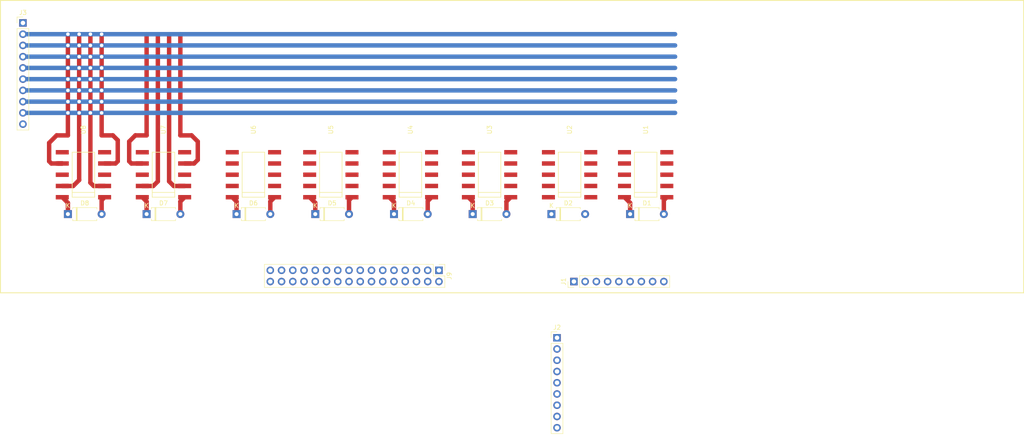
<source format=kicad_pcb>
(kicad_pcb (version 20171130) (host pcbnew 5.0.2-bee76a0~70~ubuntu16.04.1)

  (general
    (thickness 1.6)
    (drawings 4)
    (tracks 134)
    (zones 0)
    (modules 20)
    (nets 28)
  )

  (page A4)
  (layers
    (0 F.Cu signal)
    (31 B.Cu signal)
    (32 B.Adhes user)
    (33 F.Adhes user)
    (34 B.Paste user)
    (35 F.Paste user)
    (36 B.SilkS user)
    (37 F.SilkS user)
    (38 B.Mask user)
    (39 F.Mask user)
    (40 Dwgs.User user)
    (41 Cmts.User user)
    (42 Eco1.User user)
    (43 Eco2.User user)
    (44 Edge.Cuts user)
    (45 Margin user)
    (46 B.CrtYd user)
    (47 F.CrtYd user)
    (48 B.Fab user)
    (49 F.Fab user)
  )

  (setup
    (last_trace_width 1)
    (trace_clearance 1)
    (zone_clearance 0.508)
    (zone_45_only no)
    (trace_min 0.2)
    (segment_width 0.2)
    (edge_width 0.15)
    (via_size 1)
    (via_drill 0.8)
    (via_min_size 0.4)
    (via_min_drill 0.3)
    (uvia_size 0.3)
    (uvia_drill 0.1)
    (uvias_allowed no)
    (uvia_min_size 0.2)
    (uvia_min_drill 0.1)
    (pcb_text_width 0.3)
    (pcb_text_size 1.5 1.5)
    (mod_edge_width 0.15)
    (mod_text_size 1 1)
    (mod_text_width 0.15)
    (pad_size 1.524 1.524)
    (pad_drill 0.762)
    (pad_to_mask_clearance 0.051)
    (solder_mask_min_width 0.25)
    (aux_axis_origin 0 0)
    (visible_elements FFFFFF7F)
    (pcbplotparams
      (layerselection 0x010fc_ffffffff)
      (usegerberextensions false)
      (usegerberattributes false)
      (usegerberadvancedattributes false)
      (creategerberjobfile false)
      (excludeedgelayer true)
      (linewidth 0.100000)
      (plotframeref false)
      (viasonmask false)
      (mode 1)
      (useauxorigin false)
      (hpglpennumber 1)
      (hpglpenspeed 20)
      (hpglpendiameter 15.000000)
      (psnegative false)
      (psa4output false)
      (plotreference true)
      (plotvalue true)
      (plotinvisibletext false)
      (padsonsilk false)
      (subtractmaskfromsilk false)
      (outputformat 1)
      (mirror false)
      (drillshape 1)
      (scaleselection 1)
      (outputdirectory ""))
  )

  (net 0 "")
  (net 1 /relaysheet/Relais1)
  (net 2 +9V)
  (net 3 /relaysheet/Relais5)
  (net 4 /relaysheet/Relais2)
  (net 5 /relaysheet/Relais6)
  (net 6 /relaysheet/Relais3)
  (net 7 /relaysheet/Relais7)
  (net 8 /relaysheet/Relais4)
  (net 9 /relaysheet/Relais8)
  (net 10 GNDA)
  (net 11 /relaysheet/R1B_out)
  (net 12 /relaysheet/R1A_out)
  (net 13 /relaysheet/R1A_NC)
  (net 14 /relaysheet/R5B_out)
  (net 15 /relaysheet/R5A_out)
  (net 16 /relaysheet/R2B_out)
  (net 17 /relaysheet/R2A_out)
  (net 18 /relaysheet/R6A_out)
  (net 19 /relaysheet/R6B_out)
  (net 20 /relaysheet/R3A_out)
  (net 21 /relaysheet/R3B_out)
  (net 22 /relaysheet/R7B_out)
  (net 23 /relaysheet/R7A_out)
  (net 24 /relaysheet/R4A_out)
  (net 25 /relaysheet/R4B_out)
  (net 26 /relaysheet/R8A_out)
  (net 27 /relaysheet/R8B_out)

  (net_class Default "This is the default net class."
    (clearance 1)
    (trace_width 1)
    (via_dia 1)
    (via_drill 0.8)
    (uvia_dia 0.3)
    (uvia_drill 0.1)
    (add_net +9V)
    (add_net /relaysheet/R1A_NC)
    (add_net /relaysheet/R1A_out)
    (add_net /relaysheet/R1B_out)
    (add_net /relaysheet/R2A_out)
    (add_net /relaysheet/R2B_out)
    (add_net /relaysheet/R3A_out)
    (add_net /relaysheet/R3B_out)
    (add_net /relaysheet/R4A_out)
    (add_net /relaysheet/R4B_out)
    (add_net /relaysheet/R5A_out)
    (add_net /relaysheet/R5B_out)
    (add_net /relaysheet/R6A_out)
    (add_net /relaysheet/R6B_out)
    (add_net /relaysheet/R7A_out)
    (add_net /relaysheet/R7B_out)
    (add_net /relaysheet/R8A_out)
    (add_net /relaysheet/R8B_out)
    (add_net /relaysheet/Relais1)
    (add_net /relaysheet/Relais2)
    (add_net /relaysheet/Relais3)
    (add_net /relaysheet/Relais4)
    (add_net /relaysheet/Relais5)
    (add_net /relaysheet/Relais6)
    (add_net /relaysheet/Relais7)
    (add_net /relaysheet/Relais8)
    (add_net GNDA)
  )

  (module Connector_PinHeader_2.54mm:PinHeader_1x09_P2.54mm_Vertical (layer F.Cu) (tedit 59FED5CC) (tstamp 5CD2D653)
    (at 142.24 76.2 90)
    (descr "Through hole straight pin header, 1x09, 2.54mm pitch, single row")
    (tags "Through hole pin header THT 1x09 2.54mm single row")
    (path /5CD2A3B0)
    (fp_text reference J1 (at 0 -2.33 90) (layer F.SilkS)
      (effects (font (size 1 1) (thickness 0.15)))
    )
    (fp_text value Conn_01x09_Male (at 0 22.65 90) (layer F.Fab)
      (effects (font (size 1 1) (thickness 0.15)))
    )
    (fp_text user %R (at 0 10.16 180) (layer F.Fab)
      (effects (font (size 1 1) (thickness 0.15)))
    )
    (fp_line (start 1.8 -1.8) (end -1.8 -1.8) (layer F.CrtYd) (width 0.05))
    (fp_line (start 1.8 22.1) (end 1.8 -1.8) (layer F.CrtYd) (width 0.05))
    (fp_line (start -1.8 22.1) (end 1.8 22.1) (layer F.CrtYd) (width 0.05))
    (fp_line (start -1.8 -1.8) (end -1.8 22.1) (layer F.CrtYd) (width 0.05))
    (fp_line (start -1.33 -1.33) (end 0 -1.33) (layer F.SilkS) (width 0.12))
    (fp_line (start -1.33 0) (end -1.33 -1.33) (layer F.SilkS) (width 0.12))
    (fp_line (start -1.33 1.27) (end 1.33 1.27) (layer F.SilkS) (width 0.12))
    (fp_line (start 1.33 1.27) (end 1.33 21.65) (layer F.SilkS) (width 0.12))
    (fp_line (start -1.33 1.27) (end -1.33 21.65) (layer F.SilkS) (width 0.12))
    (fp_line (start -1.33 21.65) (end 1.33 21.65) (layer F.SilkS) (width 0.12))
    (fp_line (start -1.27 -0.635) (end -0.635 -1.27) (layer F.Fab) (width 0.1))
    (fp_line (start -1.27 21.59) (end -1.27 -0.635) (layer F.Fab) (width 0.1))
    (fp_line (start 1.27 21.59) (end -1.27 21.59) (layer F.Fab) (width 0.1))
    (fp_line (start 1.27 -1.27) (end 1.27 21.59) (layer F.Fab) (width 0.1))
    (fp_line (start -0.635 -1.27) (end 1.27 -1.27) (layer F.Fab) (width 0.1))
    (pad 9 thru_hole oval (at 0 20.32 90) (size 1.7 1.7) (drill 1) (layers *.Cu *.Mask)
      (net 2 +9V))
    (pad 8 thru_hole oval (at 0 17.78 90) (size 1.7 1.7) (drill 1) (layers *.Cu *.Mask)
      (net 1 /relaysheet/Relais1))
    (pad 7 thru_hole oval (at 0 15.24 90) (size 1.7 1.7) (drill 1) (layers *.Cu *.Mask)
      (net 4 /relaysheet/Relais2))
    (pad 6 thru_hole oval (at 0 12.7 90) (size 1.7 1.7) (drill 1) (layers *.Cu *.Mask)
      (net 6 /relaysheet/Relais3))
    (pad 5 thru_hole oval (at 0 10.16 90) (size 1.7 1.7) (drill 1) (layers *.Cu *.Mask)
      (net 8 /relaysheet/Relais4))
    (pad 4 thru_hole oval (at 0 7.62 90) (size 1.7 1.7) (drill 1) (layers *.Cu *.Mask)
      (net 3 /relaysheet/Relais5))
    (pad 3 thru_hole oval (at 0 5.08 90) (size 1.7 1.7) (drill 1) (layers *.Cu *.Mask)
      (net 5 /relaysheet/Relais6))
    (pad 2 thru_hole oval (at 0 2.54 90) (size 1.7 1.7) (drill 1) (layers *.Cu *.Mask)
      (net 7 /relaysheet/Relais7))
    (pad 1 thru_hole rect (at 0 0 90) (size 1.7 1.7) (drill 1) (layers *.Cu *.Mask)
      (net 9 /relaysheet/Relais8))
    (model ${KISYS3DMOD}/Connector_PinHeader_2.54mm.3dshapes/PinHeader_1x09_P2.54mm_Vertical.wrl
      (at (xyz 0 0 0))
      (scale (xyz 1 1 1))
      (rotate (xyz 0 0 0))
    )
  )

  (module Connector_PinHeader_2.54mm:PinHeader_1x09_P2.54mm_Vertical (layer F.Cu) (tedit 59FED5CC) (tstamp 5CD2D670)
    (at 138.43 88.9)
    (descr "Through hole straight pin header, 1x09, 2.54mm pitch, single row")
    (tags "Through hole pin header THT 1x09 2.54mm single row")
    (path /5CD2A41C)
    (fp_text reference J2 (at 0 -2.33) (layer F.SilkS)
      (effects (font (size 1 1) (thickness 0.15)))
    )
    (fp_text value Conn_01x09_Male (at 0 22.65) (layer F.Fab)
      (effects (font (size 1 1) (thickness 0.15)))
    )
    (fp_line (start -0.635 -1.27) (end 1.27 -1.27) (layer F.Fab) (width 0.1))
    (fp_line (start 1.27 -1.27) (end 1.27 21.59) (layer F.Fab) (width 0.1))
    (fp_line (start 1.27 21.59) (end -1.27 21.59) (layer F.Fab) (width 0.1))
    (fp_line (start -1.27 21.59) (end -1.27 -0.635) (layer F.Fab) (width 0.1))
    (fp_line (start -1.27 -0.635) (end -0.635 -1.27) (layer F.Fab) (width 0.1))
    (fp_line (start -1.33 21.65) (end 1.33 21.65) (layer F.SilkS) (width 0.12))
    (fp_line (start -1.33 1.27) (end -1.33 21.65) (layer F.SilkS) (width 0.12))
    (fp_line (start 1.33 1.27) (end 1.33 21.65) (layer F.SilkS) (width 0.12))
    (fp_line (start -1.33 1.27) (end 1.33 1.27) (layer F.SilkS) (width 0.12))
    (fp_line (start -1.33 0) (end -1.33 -1.33) (layer F.SilkS) (width 0.12))
    (fp_line (start -1.33 -1.33) (end 0 -1.33) (layer F.SilkS) (width 0.12))
    (fp_line (start -1.8 -1.8) (end -1.8 22.1) (layer F.CrtYd) (width 0.05))
    (fp_line (start -1.8 22.1) (end 1.8 22.1) (layer F.CrtYd) (width 0.05))
    (fp_line (start 1.8 22.1) (end 1.8 -1.8) (layer F.CrtYd) (width 0.05))
    (fp_line (start 1.8 -1.8) (end -1.8 -1.8) (layer F.CrtYd) (width 0.05))
    (fp_text user %R (at 0 10.16 90) (layer F.Fab)
      (effects (font (size 1 1) (thickness 0.15)))
    )
    (pad 1 thru_hole rect (at 0 0) (size 1.7 1.7) (drill 1) (layers *.Cu *.Mask))
    (pad 2 thru_hole oval (at 0 2.54) (size 1.7 1.7) (drill 1) (layers *.Cu *.Mask))
    (pad 3 thru_hole oval (at 0 5.08) (size 1.7 1.7) (drill 1) (layers *.Cu *.Mask))
    (pad 4 thru_hole oval (at 0 7.62) (size 1.7 1.7) (drill 1) (layers *.Cu *.Mask))
    (pad 5 thru_hole oval (at 0 10.16) (size 1.7 1.7) (drill 1) (layers *.Cu *.Mask))
    (pad 6 thru_hole oval (at 0 12.7) (size 1.7 1.7) (drill 1) (layers *.Cu *.Mask))
    (pad 7 thru_hole oval (at 0 15.24) (size 1.7 1.7) (drill 1) (layers *.Cu *.Mask))
    (pad 8 thru_hole oval (at 0 17.78) (size 1.7 1.7) (drill 1) (layers *.Cu *.Mask))
    (pad 9 thru_hole oval (at 0 20.32) (size 1.7 1.7) (drill 1) (layers *.Cu *.Mask)
      (net 2 +9V))
    (model ${KISYS3DMOD}/Connector_PinHeader_2.54mm.3dshapes/PinHeader_1x09_P2.54mm_Vertical.wrl
      (at (xyz 0 0 0))
      (scale (xyz 1 1 1))
      (rotate (xyz 0 0 0))
    )
  )

  (module footprints:NEC-EB2-12NU (layer F.Cu) (tedit 5CD1A950) (tstamp 5CD2D6D0)
    (at 158.45 52.07 90)
    (path /5CD2BD35/5CD2D6AA)
    (fp_text reference U1 (at 10.16 0 90) (layer F.SilkS)
      (effects (font (size 1 1) (thickness 0.15)))
    )
    (fp_text value NEC-EB2-12NU (at 0 0 90) (layer F.Fab)
      (effects (font (size 1 1) (thickness 0.15)))
    )
    (fp_line (start -7.15 -4.65) (end 7.15 -4.65) (layer F.Fab) (width 0.15))
    (fp_line (start 7.15 -4.65) (end 7.15 4.65) (layer F.Fab) (width 0.15))
    (fp_line (start 7.15 4.65) (end -7.15 4.65) (layer F.Fab) (width 0.15))
    (fp_line (start -7.15 4.65) (end -7.15 -4.65) (layer F.Fab) (width 0.15))
    (fp_line (start -6 -4.65) (end -6 4.65) (layer F.Fab) (width 0.15))
    (fp_line (start -5.08 -2.54) (end 5.08 -2.54) (layer F.SilkS) (width 0.15))
    (fp_line (start 5.08 -2.54) (end 5.08 2.54) (layer F.SilkS) (width 0.15))
    (fp_line (start 5.08 2.54) (end -5.08 2.54) (layer F.SilkS) (width 0.15))
    (fp_line (start -5.08 2.54) (end -5.08 -2.54) (layer F.SilkS) (width 0.15))
    (fp_line (start -4 -2.54) (end -4 2.54) (layer F.SilkS) (width 0.15))
    (pad 1 smd rect (at -5.08 -4.78 90) (size 1 2.94) (layers F.Cu F.Paste F.Mask)
      (net 2 +9V))
    (pad 2 smd rect (at -2.54 -4.78 90) (size 1 2.94) (layers F.Cu F.Paste F.Mask)
      (net 13 /relaysheet/R1A_NC))
    (pad 3 smd rect (at 0 -4.78 90) (size 1 2.94) (layers F.Cu F.Paste F.Mask)
      (net 12 /relaysheet/R1A_out))
    (pad 4 smd rect (at 2.54 -4.78 90) (size 1 2.94) (layers F.Cu F.Paste F.Mask)
      (net 13 /relaysheet/R1A_NC))
    (pad 5 smd rect (at 5.08 -4.78 90) (size 1 2.94) (layers F.Cu F.Paste F.Mask))
    (pad 6 smd rect (at 5.08 4.78 90) (size 1 2.94) (layers F.Cu F.Paste F.Mask))
    (pad 7 smd rect (at 2.54 4.78 90) (size 1 2.94) (layers F.Cu F.Paste F.Mask)
      (net 13 /relaysheet/R1A_NC))
    (pad 8 smd rect (at 0 4.78 90) (size 1 2.94) (layers F.Cu F.Paste F.Mask)
      (net 11 /relaysheet/R1B_out))
    (pad 9 smd rect (at -2.54 4.78 90) (size 1 2.94) (layers F.Cu F.Paste F.Mask)
      (net 13 /relaysheet/R1A_NC))
    (pad 10 smd rect (at -5.08 4.78 90) (size 1 2.94) (layers F.Cu F.Paste F.Mask)
      (net 1 /relaysheet/Relais1))
  )

  (module footprints:NEC-EB2-12NU (layer F.Cu) (tedit 5CD1A950) (tstamp 5CD2F79B)
    (at 141.27 52.07 90)
    (path /5CD2BD35/5CD30362)
    (fp_text reference U2 (at 10.16 0 90) (layer F.SilkS)
      (effects (font (size 1 1) (thickness 0.15)))
    )
    (fp_text value NEC-EB2-12NU (at 0 0 90) (layer F.Fab)
      (effects (font (size 1 1) (thickness 0.15)))
    )
    (fp_line (start -7.15 -4.65) (end 7.15 -4.65) (layer F.Fab) (width 0.15))
    (fp_line (start 7.15 -4.65) (end 7.15 4.65) (layer F.Fab) (width 0.15))
    (fp_line (start 7.15 4.65) (end -7.15 4.65) (layer F.Fab) (width 0.15))
    (fp_line (start -7.15 4.65) (end -7.15 -4.65) (layer F.Fab) (width 0.15))
    (fp_line (start -6 -4.65) (end -6 4.65) (layer F.Fab) (width 0.15))
    (fp_line (start -5.08 -2.54) (end 5.08 -2.54) (layer F.SilkS) (width 0.15))
    (fp_line (start 5.08 -2.54) (end 5.08 2.54) (layer F.SilkS) (width 0.15))
    (fp_line (start 5.08 2.54) (end -5.08 2.54) (layer F.SilkS) (width 0.15))
    (fp_line (start -5.08 2.54) (end -5.08 -2.54) (layer F.SilkS) (width 0.15))
    (fp_line (start -4 -2.54) (end -4 2.54) (layer F.SilkS) (width 0.15))
    (pad 1 smd rect (at -5.08 -4.78 90) (size 1 2.94) (layers F.Cu F.Paste F.Mask)
      (net 2 +9V))
    (pad 2 smd rect (at -2.54 -4.78 90) (size 1 2.94) (layers F.Cu F.Paste F.Mask)
      (net 13 /relaysheet/R1A_NC))
    (pad 3 smd rect (at 0 -4.78 90) (size 1 2.94) (layers F.Cu F.Paste F.Mask)
      (net 17 /relaysheet/R2A_out))
    (pad 4 smd rect (at 2.54 -4.78 90) (size 1 2.94) (layers F.Cu F.Paste F.Mask)
      (net 13 /relaysheet/R1A_NC))
    (pad 5 smd rect (at 5.08 -4.78 90) (size 1 2.94) (layers F.Cu F.Paste F.Mask))
    (pad 6 smd rect (at 5.08 4.78 90) (size 1 2.94) (layers F.Cu F.Paste F.Mask))
    (pad 7 smd rect (at 2.54 4.78 90) (size 1 2.94) (layers F.Cu F.Paste F.Mask)
      (net 13 /relaysheet/R1A_NC))
    (pad 8 smd rect (at 0 4.78 90) (size 1 2.94) (layers F.Cu F.Paste F.Mask)
      (net 16 /relaysheet/R2B_out))
    (pad 9 smd rect (at -2.54 4.78 90) (size 1 2.94) (layers F.Cu F.Paste F.Mask)
      (net 13 /relaysheet/R1A_NC))
    (pad 10 smd rect (at -5.08 4.78 90) (size 1 2.94) (layers F.Cu F.Paste F.Mask)
      (net 4 /relaysheet/Relais2))
  )

  (module footprints:NEC-EB2-12NU (layer F.Cu) (tedit 5CD1A950) (tstamp 5CD2D700)
    (at 123.19 52.07 90)
    (path /5CD2BD35/5CD316D2)
    (fp_text reference U3 (at 10.16 0 90) (layer F.SilkS)
      (effects (font (size 1 1) (thickness 0.15)))
    )
    (fp_text value NEC-EB2-12NU (at 0 0 90) (layer F.Fab)
      (effects (font (size 1 1) (thickness 0.15)))
    )
    (fp_line (start -7.15 -4.65) (end 7.15 -4.65) (layer F.Fab) (width 0.15))
    (fp_line (start 7.15 -4.65) (end 7.15 4.65) (layer F.Fab) (width 0.15))
    (fp_line (start 7.15 4.65) (end -7.15 4.65) (layer F.Fab) (width 0.15))
    (fp_line (start -7.15 4.65) (end -7.15 -4.65) (layer F.Fab) (width 0.15))
    (fp_line (start -6 -4.65) (end -6 4.65) (layer F.Fab) (width 0.15))
    (fp_line (start -5.08 -2.54) (end 5.08 -2.54) (layer F.SilkS) (width 0.15))
    (fp_line (start 5.08 -2.54) (end 5.08 2.54) (layer F.SilkS) (width 0.15))
    (fp_line (start 5.08 2.54) (end -5.08 2.54) (layer F.SilkS) (width 0.15))
    (fp_line (start -5.08 2.54) (end -5.08 -2.54) (layer F.SilkS) (width 0.15))
    (fp_line (start -4 -2.54) (end -4 2.54) (layer F.SilkS) (width 0.15))
    (pad 1 smd rect (at -5.08 -4.78 90) (size 1 2.94) (layers F.Cu F.Paste F.Mask)
      (net 2 +9V))
    (pad 2 smd rect (at -2.54 -4.78 90) (size 1 2.94) (layers F.Cu F.Paste F.Mask)
      (net 13 /relaysheet/R1A_NC))
    (pad 3 smd rect (at 0 -4.78 90) (size 1 2.94) (layers F.Cu F.Paste F.Mask)
      (net 20 /relaysheet/R3A_out))
    (pad 4 smd rect (at 2.54 -4.78 90) (size 1 2.94) (layers F.Cu F.Paste F.Mask)
      (net 13 /relaysheet/R1A_NC))
    (pad 5 smd rect (at 5.08 -4.78 90) (size 1 2.94) (layers F.Cu F.Paste F.Mask))
    (pad 6 smd rect (at 5.08 4.78 90) (size 1 2.94) (layers F.Cu F.Paste F.Mask))
    (pad 7 smd rect (at 2.54 4.78 90) (size 1 2.94) (layers F.Cu F.Paste F.Mask)
      (net 13 /relaysheet/R1A_NC))
    (pad 8 smd rect (at 0 4.78 90) (size 1 2.94) (layers F.Cu F.Paste F.Mask)
      (net 21 /relaysheet/R3B_out))
    (pad 9 smd rect (at -2.54 4.78 90) (size 1 2.94) (layers F.Cu F.Paste F.Mask)
      (net 13 /relaysheet/R1A_NC))
    (pad 10 smd rect (at -5.08 4.78 90) (size 1 2.94) (layers F.Cu F.Paste F.Mask)
      (net 6 /relaysheet/Relais3))
  )

  (module footprints:NEC-EB2-12NU (layer F.Cu) (tedit 5CD1A950) (tstamp 5CD30B02)
    (at 105.31 52.07 90)
    (path /5CD2BD35/5CD31724)
    (fp_text reference U4 (at 10.16 0 90) (layer F.SilkS)
      (effects (font (size 1 1) (thickness 0.15)))
    )
    (fp_text value NEC-EB2-12NU (at 0 0 90) (layer F.Fab)
      (effects (font (size 1 1) (thickness 0.15)))
    )
    (fp_line (start -4 -2.54) (end -4 2.54) (layer F.SilkS) (width 0.15))
    (fp_line (start -5.08 2.54) (end -5.08 -2.54) (layer F.SilkS) (width 0.15))
    (fp_line (start 5.08 2.54) (end -5.08 2.54) (layer F.SilkS) (width 0.15))
    (fp_line (start 5.08 -2.54) (end 5.08 2.54) (layer F.SilkS) (width 0.15))
    (fp_line (start -5.08 -2.54) (end 5.08 -2.54) (layer F.SilkS) (width 0.15))
    (fp_line (start -6 -4.65) (end -6 4.65) (layer F.Fab) (width 0.15))
    (fp_line (start -7.15 4.65) (end -7.15 -4.65) (layer F.Fab) (width 0.15))
    (fp_line (start 7.15 4.65) (end -7.15 4.65) (layer F.Fab) (width 0.15))
    (fp_line (start 7.15 -4.65) (end 7.15 4.65) (layer F.Fab) (width 0.15))
    (fp_line (start -7.15 -4.65) (end 7.15 -4.65) (layer F.Fab) (width 0.15))
    (pad 10 smd rect (at -5.08 4.78 90) (size 1 2.94) (layers F.Cu F.Paste F.Mask)
      (net 8 /relaysheet/Relais4))
    (pad 9 smd rect (at -2.54 4.78 90) (size 1 2.94) (layers F.Cu F.Paste F.Mask)
      (net 13 /relaysheet/R1A_NC))
    (pad 8 smd rect (at 0 4.78 90) (size 1 2.94) (layers F.Cu F.Paste F.Mask)
      (net 25 /relaysheet/R4B_out))
    (pad 7 smd rect (at 2.54 4.78 90) (size 1 2.94) (layers F.Cu F.Paste F.Mask)
      (net 13 /relaysheet/R1A_NC))
    (pad 6 smd rect (at 5.08 4.78 90) (size 1 2.94) (layers F.Cu F.Paste F.Mask))
    (pad 5 smd rect (at 5.08 -4.78 90) (size 1 2.94) (layers F.Cu F.Paste F.Mask))
    (pad 4 smd rect (at 2.54 -4.78 90) (size 1 2.94) (layers F.Cu F.Paste F.Mask)
      (net 13 /relaysheet/R1A_NC))
    (pad 3 smd rect (at 0 -4.78 90) (size 1 2.94) (layers F.Cu F.Paste F.Mask)
      (net 24 /relaysheet/R4A_out))
    (pad 2 smd rect (at -2.54 -4.78 90) (size 1 2.94) (layers F.Cu F.Paste F.Mask)
      (net 13 /relaysheet/R1A_NC))
    (pad 1 smd rect (at -5.08 -4.78 90) (size 1 2.94) (layers F.Cu F.Paste F.Mask)
      (net 2 +9V))
  )

  (module footprints:NEC-EB2-12NU (layer F.Cu) (tedit 5CD1A950) (tstamp 5CD2D730)
    (at 87.33 52.07 90)
    (path /5CD2BD35/5CD2FCCA)
    (fp_text reference U5 (at 10.16 0 90) (layer F.SilkS)
      (effects (font (size 1 1) (thickness 0.15)))
    )
    (fp_text value NEC-EB2-12NU (at 0 0 90) (layer F.Fab)
      (effects (font (size 1 1) (thickness 0.15)))
    )
    (fp_line (start -4 -2.54) (end -4 2.54) (layer F.SilkS) (width 0.15))
    (fp_line (start -5.08 2.54) (end -5.08 -2.54) (layer F.SilkS) (width 0.15))
    (fp_line (start 5.08 2.54) (end -5.08 2.54) (layer F.SilkS) (width 0.15))
    (fp_line (start 5.08 -2.54) (end 5.08 2.54) (layer F.SilkS) (width 0.15))
    (fp_line (start -5.08 -2.54) (end 5.08 -2.54) (layer F.SilkS) (width 0.15))
    (fp_line (start -6 -4.65) (end -6 4.65) (layer F.Fab) (width 0.15))
    (fp_line (start -7.15 4.65) (end -7.15 -4.65) (layer F.Fab) (width 0.15))
    (fp_line (start 7.15 4.65) (end -7.15 4.65) (layer F.Fab) (width 0.15))
    (fp_line (start 7.15 -4.65) (end 7.15 4.65) (layer F.Fab) (width 0.15))
    (fp_line (start -7.15 -4.65) (end 7.15 -4.65) (layer F.Fab) (width 0.15))
    (pad 10 smd rect (at -5.08 4.78 90) (size 1 2.94) (layers F.Cu F.Paste F.Mask)
      (net 3 /relaysheet/Relais5))
    (pad 9 smd rect (at -2.54 4.78 90) (size 1 2.94) (layers F.Cu F.Paste F.Mask)
      (net 13 /relaysheet/R1A_NC))
    (pad 8 smd rect (at 0 4.78 90) (size 1 2.94) (layers F.Cu F.Paste F.Mask)
      (net 14 /relaysheet/R5B_out))
    (pad 7 smd rect (at 2.54 4.78 90) (size 1 2.94) (layers F.Cu F.Paste F.Mask)
      (net 13 /relaysheet/R1A_NC))
    (pad 6 smd rect (at 5.08 4.78 90) (size 1 2.94) (layers F.Cu F.Paste F.Mask))
    (pad 5 smd rect (at 5.08 -4.78 90) (size 1 2.94) (layers F.Cu F.Paste F.Mask))
    (pad 4 smd rect (at 2.54 -4.78 90) (size 1 2.94) (layers F.Cu F.Paste F.Mask)
      (net 13 /relaysheet/R1A_NC))
    (pad 3 smd rect (at 0 -4.78 90) (size 1 2.94) (layers F.Cu F.Paste F.Mask)
      (net 15 /relaysheet/R5A_out))
    (pad 2 smd rect (at -2.54 -4.78 90) (size 1 2.94) (layers F.Cu F.Paste F.Mask)
      (net 13 /relaysheet/R1A_NC))
    (pad 1 smd rect (at -5.08 -4.78 90) (size 1 2.94) (layers F.Cu F.Paste F.Mask)
      (net 2 +9V))
  )

  (module footprints:NEC-EB2-12NU (layer F.Cu) (tedit 5CD1A950) (tstamp 5CD2D748)
    (at 69.85 52.07 90)
    (path /5CD2BD35/5CD3038B)
    (fp_text reference U6 (at 10.16 0 90) (layer F.SilkS)
      (effects (font (size 1 1) (thickness 0.15)))
    )
    (fp_text value NEC-EB2-12NU (at 0 0 90) (layer F.Fab)
      (effects (font (size 1 1) (thickness 0.15)))
    )
    (fp_line (start -4 -2.54) (end -4 2.54) (layer F.SilkS) (width 0.15))
    (fp_line (start -5.08 2.54) (end -5.08 -2.54) (layer F.SilkS) (width 0.15))
    (fp_line (start 5.08 2.54) (end -5.08 2.54) (layer F.SilkS) (width 0.15))
    (fp_line (start 5.08 -2.54) (end 5.08 2.54) (layer F.SilkS) (width 0.15))
    (fp_line (start -5.08 -2.54) (end 5.08 -2.54) (layer F.SilkS) (width 0.15))
    (fp_line (start -6 -4.65) (end -6 4.65) (layer F.Fab) (width 0.15))
    (fp_line (start -7.15 4.65) (end -7.15 -4.65) (layer F.Fab) (width 0.15))
    (fp_line (start 7.15 4.65) (end -7.15 4.65) (layer F.Fab) (width 0.15))
    (fp_line (start 7.15 -4.65) (end 7.15 4.65) (layer F.Fab) (width 0.15))
    (fp_line (start -7.15 -4.65) (end 7.15 -4.65) (layer F.Fab) (width 0.15))
    (pad 10 smd rect (at -5.08 4.78 90) (size 1 2.94) (layers F.Cu F.Paste F.Mask)
      (net 5 /relaysheet/Relais6))
    (pad 9 smd rect (at -2.54 4.78 90) (size 1 2.94) (layers F.Cu F.Paste F.Mask)
      (net 13 /relaysheet/R1A_NC))
    (pad 8 smd rect (at 0 4.78 90) (size 1 2.94) (layers F.Cu F.Paste F.Mask)
      (net 19 /relaysheet/R6B_out))
    (pad 7 smd rect (at 2.54 4.78 90) (size 1 2.94) (layers F.Cu F.Paste F.Mask)
      (net 13 /relaysheet/R1A_NC))
    (pad 6 smd rect (at 5.08 4.78 90) (size 1 2.94) (layers F.Cu F.Paste F.Mask))
    (pad 5 smd rect (at 5.08 -4.78 90) (size 1 2.94) (layers F.Cu F.Paste F.Mask))
    (pad 4 smd rect (at 2.54 -4.78 90) (size 1 2.94) (layers F.Cu F.Paste F.Mask)
      (net 13 /relaysheet/R1A_NC))
    (pad 3 smd rect (at 0 -4.78 90) (size 1 2.94) (layers F.Cu F.Paste F.Mask)
      (net 18 /relaysheet/R6A_out))
    (pad 2 smd rect (at -2.54 -4.78 90) (size 1 2.94) (layers F.Cu F.Paste F.Mask)
      (net 13 /relaysheet/R1A_NC))
    (pad 1 smd rect (at -5.08 -4.78 90) (size 1 2.94) (layers F.Cu F.Paste F.Mask)
      (net 2 +9V))
  )

  (module footprints:NEC-EB2-12NU (layer F.Cu) (tedit 5CD1A950) (tstamp 5CD2DE4A)
    (at 49.53 52.07 90)
    (path /5CD2BD35/5CD316FB)
    (fp_text reference U7 (at 10.16 0 90) (layer F.SilkS)
      (effects (font (size 1 1) (thickness 0.15)))
    )
    (fp_text value NEC-EB2-12NU (at 0 0 90) (layer F.Fab)
      (effects (font (size 1 1) (thickness 0.15)))
    )
    (fp_line (start -4 -2.54) (end -4 2.54) (layer F.SilkS) (width 0.15))
    (fp_line (start -5.08 2.54) (end -5.08 -2.54) (layer F.SilkS) (width 0.15))
    (fp_line (start 5.08 2.54) (end -5.08 2.54) (layer F.SilkS) (width 0.15))
    (fp_line (start 5.08 -2.54) (end 5.08 2.54) (layer F.SilkS) (width 0.15))
    (fp_line (start -5.08 -2.54) (end 5.08 -2.54) (layer F.SilkS) (width 0.15))
    (fp_line (start -6 -4.65) (end -6 4.65) (layer F.Fab) (width 0.15))
    (fp_line (start -7.15 4.65) (end -7.15 -4.65) (layer F.Fab) (width 0.15))
    (fp_line (start 7.15 4.65) (end -7.15 4.65) (layer F.Fab) (width 0.15))
    (fp_line (start 7.15 -4.65) (end 7.15 4.65) (layer F.Fab) (width 0.15))
    (fp_line (start -7.15 -4.65) (end 7.15 -4.65) (layer F.Fab) (width 0.15))
    (pad 10 smd rect (at -5.08 4.78 90) (size 1 2.94) (layers F.Cu F.Paste F.Mask)
      (net 7 /relaysheet/Relais7))
    (pad 9 smd rect (at -2.54 4.78 90) (size 1 2.94) (layers F.Cu F.Paste F.Mask)
      (net 13 /relaysheet/R1A_NC))
    (pad 8 smd rect (at 0 4.78 90) (size 1 2.94) (layers F.Cu F.Paste F.Mask)
      (net 22 /relaysheet/R7B_out))
    (pad 7 smd rect (at 2.54 4.78 90) (size 1 2.94) (layers F.Cu F.Paste F.Mask)
      (net 13 /relaysheet/R1A_NC))
    (pad 6 smd rect (at 5.08 4.78 90) (size 1 2.94) (layers F.Cu F.Paste F.Mask))
    (pad 5 smd rect (at 5.08 -4.78 90) (size 1 2.94) (layers F.Cu F.Paste F.Mask))
    (pad 4 smd rect (at 2.54 -4.78 90) (size 1 2.94) (layers F.Cu F.Paste F.Mask)
      (net 13 /relaysheet/R1A_NC))
    (pad 3 smd rect (at 0 -4.78 90) (size 1 2.94) (layers F.Cu F.Paste F.Mask)
      (net 23 /relaysheet/R7A_out))
    (pad 2 smd rect (at -2.54 -4.78 90) (size 1 2.94) (layers F.Cu F.Paste F.Mask)
      (net 13 /relaysheet/R1A_NC))
    (pad 1 smd rect (at -5.08 -4.78 90) (size 1 2.94) (layers F.Cu F.Paste F.Mask)
      (net 2 +9V))
  )

  (module footprints:NEC-EB2-12NU (layer F.Cu) (tedit 5CD1A950) (tstamp 5CD30EC6)
    (at 31.45 52.07 90)
    (path /5CD2BD35/5CD3174D)
    (fp_text reference U8 (at 10.16 0 90) (layer F.SilkS)
      (effects (font (size 1 1) (thickness 0.15)))
    )
    (fp_text value NEC-EB2-12NU (at 0 0 90) (layer F.Fab)
      (effects (font (size 1 1) (thickness 0.15)))
    )
    (fp_line (start -4 -2.54) (end -4 2.54) (layer F.SilkS) (width 0.15))
    (fp_line (start -5.08 2.54) (end -5.08 -2.54) (layer F.SilkS) (width 0.15))
    (fp_line (start 5.08 2.54) (end -5.08 2.54) (layer F.SilkS) (width 0.15))
    (fp_line (start 5.08 -2.54) (end 5.08 2.54) (layer F.SilkS) (width 0.15))
    (fp_line (start -5.08 -2.54) (end 5.08 -2.54) (layer F.SilkS) (width 0.15))
    (fp_line (start -6 -4.65) (end -6 4.65) (layer F.Fab) (width 0.15))
    (fp_line (start -7.15 4.65) (end -7.15 -4.65) (layer F.Fab) (width 0.15))
    (fp_line (start 7.15 4.65) (end -7.15 4.65) (layer F.Fab) (width 0.15))
    (fp_line (start 7.15 -4.65) (end 7.15 4.65) (layer F.Fab) (width 0.15))
    (fp_line (start -7.15 -4.65) (end 7.15 -4.65) (layer F.Fab) (width 0.15))
    (pad 10 smd rect (at -5.08 4.78 90) (size 1 2.94) (layers F.Cu F.Paste F.Mask)
      (net 9 /relaysheet/Relais8))
    (pad 9 smd rect (at -2.54 4.78 90) (size 1 2.94) (layers F.Cu F.Paste F.Mask)
      (net 13 /relaysheet/R1A_NC))
    (pad 8 smd rect (at 0 4.78 90) (size 1 2.94) (layers F.Cu F.Paste F.Mask)
      (net 27 /relaysheet/R8B_out))
    (pad 7 smd rect (at 2.54 4.78 90) (size 1 2.94) (layers F.Cu F.Paste F.Mask)
      (net 13 /relaysheet/R1A_NC))
    (pad 6 smd rect (at 5.08 4.78 90) (size 1 2.94) (layers F.Cu F.Paste F.Mask))
    (pad 5 smd rect (at 5.08 -4.78 90) (size 1 2.94) (layers F.Cu F.Paste F.Mask))
    (pad 4 smd rect (at 2.54 -4.78 90) (size 1 2.94) (layers F.Cu F.Paste F.Mask)
      (net 13 /relaysheet/R1A_NC))
    (pad 3 smd rect (at 0 -4.78 90) (size 1 2.94) (layers F.Cu F.Paste F.Mask)
      (net 26 /relaysheet/R8A_out))
    (pad 2 smd rect (at -2.54 -4.78 90) (size 1 2.94) (layers F.Cu F.Paste F.Mask)
      (net 13 /relaysheet/R1A_NC))
    (pad 1 smd rect (at -5.08 -4.78 90) (size 1 2.94) (layers F.Cu F.Paste F.Mask)
      (net 2 +9V))
  )

  (module Connector_PinHeader_2.54mm:PinHeader_2x16_P2.54mm_Vertical (layer F.Cu) (tedit 59FED5CC) (tstamp 5CD2ECFD)
    (at 111.76 73.66 270)
    (descr "Through hole straight pin header, 2x16, 2.54mm pitch, double rows")
    (tags "Through hole pin header THT 2x16 2.54mm double row")
    (path /5CE321D3)
    (fp_text reference J9 (at 1.27 -2.33 270) (layer F.SilkS)
      (effects (font (size 1 1) (thickness 0.15)))
    )
    (fp_text value Conn_02x16_Odd_Even (at 1.27 40.43 270) (layer F.Fab)
      (effects (font (size 1 1) (thickness 0.15)))
    )
    (fp_line (start 0 -1.27) (end 3.81 -1.27) (layer F.Fab) (width 0.1))
    (fp_line (start 3.81 -1.27) (end 3.81 39.37) (layer F.Fab) (width 0.1))
    (fp_line (start 3.81 39.37) (end -1.27 39.37) (layer F.Fab) (width 0.1))
    (fp_line (start -1.27 39.37) (end -1.27 0) (layer F.Fab) (width 0.1))
    (fp_line (start -1.27 0) (end 0 -1.27) (layer F.Fab) (width 0.1))
    (fp_line (start -1.33 39.43) (end 3.87 39.43) (layer F.SilkS) (width 0.12))
    (fp_line (start -1.33 1.27) (end -1.33 39.43) (layer F.SilkS) (width 0.12))
    (fp_line (start 3.87 -1.33) (end 3.87 39.43) (layer F.SilkS) (width 0.12))
    (fp_line (start -1.33 1.27) (end 1.27 1.27) (layer F.SilkS) (width 0.12))
    (fp_line (start 1.27 1.27) (end 1.27 -1.33) (layer F.SilkS) (width 0.12))
    (fp_line (start 1.27 -1.33) (end 3.87 -1.33) (layer F.SilkS) (width 0.12))
    (fp_line (start -1.33 0) (end -1.33 -1.33) (layer F.SilkS) (width 0.12))
    (fp_line (start -1.33 -1.33) (end 0 -1.33) (layer F.SilkS) (width 0.12))
    (fp_line (start -1.8 -1.8) (end -1.8 39.9) (layer F.CrtYd) (width 0.05))
    (fp_line (start -1.8 39.9) (end 4.35 39.9) (layer F.CrtYd) (width 0.05))
    (fp_line (start 4.35 39.9) (end 4.35 -1.8) (layer F.CrtYd) (width 0.05))
    (fp_line (start 4.35 -1.8) (end -1.8 -1.8) (layer F.CrtYd) (width 0.05))
    (fp_text user %R (at 1.27 19.05) (layer F.Fab)
      (effects (font (size 1 1) (thickness 0.15)))
    )
    (pad 1 thru_hole rect (at 0 0 270) (size 1.7 1.7) (drill 1) (layers *.Cu *.Mask)
      (net 11 /relaysheet/R1B_out))
    (pad 2 thru_hole oval (at 2.54 0 270) (size 1.7 1.7) (drill 1) (layers *.Cu *.Mask)
      (net 10 GNDA))
    (pad 3 thru_hole oval (at 0 2.54 270) (size 1.7 1.7) (drill 1) (layers *.Cu *.Mask)
      (net 12 /relaysheet/R1A_out))
    (pad 4 thru_hole oval (at 2.54 2.54 270) (size 1.7 1.7) (drill 1) (layers *.Cu *.Mask)
      (net 10 GNDA))
    (pad 5 thru_hole oval (at 0 5.08 270) (size 1.7 1.7) (drill 1) (layers *.Cu *.Mask)
      (net 16 /relaysheet/R2B_out))
    (pad 6 thru_hole oval (at 2.54 5.08 270) (size 1.7 1.7) (drill 1) (layers *.Cu *.Mask)
      (net 10 GNDA))
    (pad 7 thru_hole oval (at 0 7.62 270) (size 1.7 1.7) (drill 1) (layers *.Cu *.Mask)
      (net 17 /relaysheet/R2A_out))
    (pad 8 thru_hole oval (at 2.54 7.62 270) (size 1.7 1.7) (drill 1) (layers *.Cu *.Mask)
      (net 10 GNDA))
    (pad 9 thru_hole oval (at 0 10.16 270) (size 1.7 1.7) (drill 1) (layers *.Cu *.Mask)
      (net 21 /relaysheet/R3B_out))
    (pad 10 thru_hole oval (at 2.54 10.16 270) (size 1.7 1.7) (drill 1) (layers *.Cu *.Mask)
      (net 10 GNDA))
    (pad 11 thru_hole oval (at 0 12.7 270) (size 1.7 1.7) (drill 1) (layers *.Cu *.Mask)
      (net 20 /relaysheet/R3A_out))
    (pad 12 thru_hole oval (at 2.54 12.7 270) (size 1.7 1.7) (drill 1) (layers *.Cu *.Mask)
      (net 10 GNDA))
    (pad 13 thru_hole oval (at 0 15.24 270) (size 1.7 1.7) (drill 1) (layers *.Cu *.Mask)
      (net 25 /relaysheet/R4B_out))
    (pad 14 thru_hole oval (at 2.54 15.24 270) (size 1.7 1.7) (drill 1) (layers *.Cu *.Mask)
      (net 10 GNDA))
    (pad 15 thru_hole oval (at 0 17.78 270) (size 1.7 1.7) (drill 1) (layers *.Cu *.Mask)
      (net 24 /relaysheet/R4A_out))
    (pad 16 thru_hole oval (at 2.54 17.78 270) (size 1.7 1.7) (drill 1) (layers *.Cu *.Mask)
      (net 10 GNDA))
    (pad 17 thru_hole oval (at 0 20.32 270) (size 1.7 1.7) (drill 1) (layers *.Cu *.Mask)
      (net 14 /relaysheet/R5B_out))
    (pad 18 thru_hole oval (at 2.54 20.32 270) (size 1.7 1.7) (drill 1) (layers *.Cu *.Mask)
      (net 10 GNDA))
    (pad 19 thru_hole oval (at 0 22.86 270) (size 1.7 1.7) (drill 1) (layers *.Cu *.Mask)
      (net 15 /relaysheet/R5A_out))
    (pad 20 thru_hole oval (at 2.54 22.86 270) (size 1.7 1.7) (drill 1) (layers *.Cu *.Mask)
      (net 10 GNDA))
    (pad 21 thru_hole oval (at 0 25.4 270) (size 1.7 1.7) (drill 1) (layers *.Cu *.Mask)
      (net 19 /relaysheet/R6B_out))
    (pad 22 thru_hole oval (at 2.54 25.4 270) (size 1.7 1.7) (drill 1) (layers *.Cu *.Mask)
      (net 10 GNDA))
    (pad 23 thru_hole oval (at 0 27.94 270) (size 1.7 1.7) (drill 1) (layers *.Cu *.Mask)
      (net 18 /relaysheet/R6A_out))
    (pad 24 thru_hole oval (at 2.54 27.94 270) (size 1.7 1.7) (drill 1) (layers *.Cu *.Mask)
      (net 10 GNDA))
    (pad 25 thru_hole oval (at 0 30.48 270) (size 1.7 1.7) (drill 1) (layers *.Cu *.Mask)
      (net 22 /relaysheet/R7B_out))
    (pad 26 thru_hole oval (at 2.54 30.48 270) (size 1.7 1.7) (drill 1) (layers *.Cu *.Mask)
      (net 10 GNDA))
    (pad 27 thru_hole oval (at 0 33.02 270) (size 1.7 1.7) (drill 1) (layers *.Cu *.Mask)
      (net 23 /relaysheet/R7A_out))
    (pad 28 thru_hole oval (at 2.54 33.02 270) (size 1.7 1.7) (drill 1) (layers *.Cu *.Mask)
      (net 10 GNDA))
    (pad 29 thru_hole oval (at 0 35.56 270) (size 1.7 1.7) (drill 1) (layers *.Cu *.Mask)
      (net 27 /relaysheet/R8B_out))
    (pad 30 thru_hole oval (at 2.54 35.56 270) (size 1.7 1.7) (drill 1) (layers *.Cu *.Mask)
      (net 10 GNDA))
    (pad 31 thru_hole oval (at 0 38.1 270) (size 1.7 1.7) (drill 1) (layers *.Cu *.Mask)
      (net 26 /relaysheet/R8A_out))
    (pad 32 thru_hole oval (at 2.54 38.1 270) (size 1.7 1.7) (drill 1) (layers *.Cu *.Mask)
      (net 10 GNDA))
    (model ${KISYS3DMOD}/Connector_PinHeader_2.54mm.3dshapes/PinHeader_2x16_P2.54mm_Vertical.wrl
      (at (xyz 0 0 0))
      (scale (xyz 1 1 1))
      (rotate (xyz 0 0 0))
    )
  )

  (module Diode_THT:D_A-405_P7.62mm_Horizontal (layer F.Cu) (tedit 5AE50CD5) (tstamp 5CD2F417)
    (at 154.94 60.96)
    (descr "Diode, A-405 series, Axial, Horizontal, pin pitch=7.62mm, , length*diameter=5.2*2.7mm^2, , http://www.diodes.com/_files/packages/A-405.pdf")
    (tags "Diode A-405 series Axial Horizontal pin pitch 7.62mm  length 5.2mm diameter 2.7mm")
    (path /5CD2BD35/5CD2E7CE)
    (fp_text reference D1 (at 3.81 -2.47) (layer F.SilkS)
      (effects (font (size 1 1) (thickness 0.15)))
    )
    (fp_text value D (at 3.81 2.47) (layer F.Fab)
      (effects (font (size 1 1) (thickness 0.15)))
    )
    (fp_line (start 1.21 -1.35) (end 1.21 1.35) (layer F.Fab) (width 0.1))
    (fp_line (start 1.21 1.35) (end 6.41 1.35) (layer F.Fab) (width 0.1))
    (fp_line (start 6.41 1.35) (end 6.41 -1.35) (layer F.Fab) (width 0.1))
    (fp_line (start 6.41 -1.35) (end 1.21 -1.35) (layer F.Fab) (width 0.1))
    (fp_line (start 0 0) (end 1.21 0) (layer F.Fab) (width 0.1))
    (fp_line (start 7.62 0) (end 6.41 0) (layer F.Fab) (width 0.1))
    (fp_line (start 1.99 -1.35) (end 1.99 1.35) (layer F.Fab) (width 0.1))
    (fp_line (start 2.09 -1.35) (end 2.09 1.35) (layer F.Fab) (width 0.1))
    (fp_line (start 1.89 -1.35) (end 1.89 1.35) (layer F.Fab) (width 0.1))
    (fp_line (start 1.09 -1.14) (end 1.09 -1.47) (layer F.SilkS) (width 0.12))
    (fp_line (start 1.09 -1.47) (end 6.53 -1.47) (layer F.SilkS) (width 0.12))
    (fp_line (start 6.53 -1.47) (end 6.53 -1.14) (layer F.SilkS) (width 0.12))
    (fp_line (start 1.09 1.14) (end 1.09 1.47) (layer F.SilkS) (width 0.12))
    (fp_line (start 1.09 1.47) (end 6.53 1.47) (layer F.SilkS) (width 0.12))
    (fp_line (start 6.53 1.47) (end 6.53 1.14) (layer F.SilkS) (width 0.12))
    (fp_line (start 1.99 -1.47) (end 1.99 1.47) (layer F.SilkS) (width 0.12))
    (fp_line (start 2.11 -1.47) (end 2.11 1.47) (layer F.SilkS) (width 0.12))
    (fp_line (start 1.87 -1.47) (end 1.87 1.47) (layer F.SilkS) (width 0.12))
    (fp_line (start -1.15 -1.6) (end -1.15 1.6) (layer F.CrtYd) (width 0.05))
    (fp_line (start -1.15 1.6) (end 8.77 1.6) (layer F.CrtYd) (width 0.05))
    (fp_line (start 8.77 1.6) (end 8.77 -1.6) (layer F.CrtYd) (width 0.05))
    (fp_line (start 8.77 -1.6) (end -1.15 -1.6) (layer F.CrtYd) (width 0.05))
    (fp_text user %R (at 4.2 0) (layer F.Fab)
      (effects (font (size 1 1) (thickness 0.15)))
    )
    (fp_text user K (at 0 -1.9) (layer F.Fab)
      (effects (font (size 1 1) (thickness 0.15)))
    )
    (fp_text user K (at 0 -1.9) (layer F.SilkS)
      (effects (font (size 1 1) (thickness 0.15)))
    )
    (pad 1 thru_hole rect (at 0 0) (size 1.8 1.8) (drill 0.9) (layers *.Cu *.Mask)
      (net 2 +9V))
    (pad 2 thru_hole oval (at 7.62 0) (size 1.8 1.8) (drill 0.9) (layers *.Cu *.Mask)
      (net 1 /relaysheet/Relais1))
    (model ${KISYS3DMOD}/Diode_THT.3dshapes/D_A-405_P7.62mm_Horizontal.wrl
      (at (xyz 0 0 0))
      (scale (xyz 1 1 1))
      (rotate (xyz 0 0 0))
    )
  )

  (module Diode_THT:D_A-405_P7.62mm_Horizontal (layer F.Cu) (tedit 5AE50CD5) (tstamp 5CD2F435)
    (at 137.16 60.96)
    (descr "Diode, A-405 series, Axial, Horizontal, pin pitch=7.62mm, , length*diameter=5.2*2.7mm^2, , http://www.diodes.com/_files/packages/A-405.pdf")
    (tags "Diode A-405 series Axial Horizontal pin pitch 7.62mm  length 5.2mm diameter 2.7mm")
    (path /5CD2BD35/5CD3037D)
    (fp_text reference D2 (at 3.81 -2.47) (layer F.SilkS)
      (effects (font (size 1 1) (thickness 0.15)))
    )
    (fp_text value D (at 3.81 2.47) (layer F.Fab)
      (effects (font (size 1 1) (thickness 0.15)))
    )
    (fp_text user K (at 0 -1.9) (layer F.SilkS)
      (effects (font (size 1 1) (thickness 0.15)))
    )
    (fp_text user K (at 0 -1.9) (layer F.Fab)
      (effects (font (size 1 1) (thickness 0.15)))
    )
    (fp_text user %R (at 4.2 0) (layer F.Fab)
      (effects (font (size 1 1) (thickness 0.15)))
    )
    (fp_line (start 8.77 -1.6) (end -1.15 -1.6) (layer F.CrtYd) (width 0.05))
    (fp_line (start 8.77 1.6) (end 8.77 -1.6) (layer F.CrtYd) (width 0.05))
    (fp_line (start -1.15 1.6) (end 8.77 1.6) (layer F.CrtYd) (width 0.05))
    (fp_line (start -1.15 -1.6) (end -1.15 1.6) (layer F.CrtYd) (width 0.05))
    (fp_line (start 1.87 -1.47) (end 1.87 1.47) (layer F.SilkS) (width 0.12))
    (fp_line (start 2.11 -1.47) (end 2.11 1.47) (layer F.SilkS) (width 0.12))
    (fp_line (start 1.99 -1.47) (end 1.99 1.47) (layer F.SilkS) (width 0.12))
    (fp_line (start 6.53 1.47) (end 6.53 1.14) (layer F.SilkS) (width 0.12))
    (fp_line (start 1.09 1.47) (end 6.53 1.47) (layer F.SilkS) (width 0.12))
    (fp_line (start 1.09 1.14) (end 1.09 1.47) (layer F.SilkS) (width 0.12))
    (fp_line (start 6.53 -1.47) (end 6.53 -1.14) (layer F.SilkS) (width 0.12))
    (fp_line (start 1.09 -1.47) (end 6.53 -1.47) (layer F.SilkS) (width 0.12))
    (fp_line (start 1.09 -1.14) (end 1.09 -1.47) (layer F.SilkS) (width 0.12))
    (fp_line (start 1.89 -1.35) (end 1.89 1.35) (layer F.Fab) (width 0.1))
    (fp_line (start 2.09 -1.35) (end 2.09 1.35) (layer F.Fab) (width 0.1))
    (fp_line (start 1.99 -1.35) (end 1.99 1.35) (layer F.Fab) (width 0.1))
    (fp_line (start 7.62 0) (end 6.41 0) (layer F.Fab) (width 0.1))
    (fp_line (start 0 0) (end 1.21 0) (layer F.Fab) (width 0.1))
    (fp_line (start 6.41 -1.35) (end 1.21 -1.35) (layer F.Fab) (width 0.1))
    (fp_line (start 6.41 1.35) (end 6.41 -1.35) (layer F.Fab) (width 0.1))
    (fp_line (start 1.21 1.35) (end 6.41 1.35) (layer F.Fab) (width 0.1))
    (fp_line (start 1.21 -1.35) (end 1.21 1.35) (layer F.Fab) (width 0.1))
    (pad 2 thru_hole oval (at 7.62 0) (size 1.8 1.8) (drill 0.9) (layers *.Cu *.Mask)
      (net 4 /relaysheet/Relais2))
    (pad 1 thru_hole rect (at 0 0) (size 1.8 1.8) (drill 0.9) (layers *.Cu *.Mask)
      (net 2 +9V))
    (model ${KISYS3DMOD}/Diode_THT.3dshapes/D_A-405_P7.62mm_Horizontal.wrl
      (at (xyz 0 0 0))
      (scale (xyz 1 1 1))
      (rotate (xyz 0 0 0))
    )
  )

  (module Diode_THT:D_A-405_P7.62mm_Horizontal (layer F.Cu) (tedit 5AE50CD5) (tstamp 5CD2F453)
    (at 119.38 60.96)
    (descr "Diode, A-405 series, Axial, Horizontal, pin pitch=7.62mm, , length*diameter=5.2*2.7mm^2, , http://www.diodes.com/_files/packages/A-405.pdf")
    (tags "Diode A-405 series Axial Horizontal pin pitch 7.62mm  length 5.2mm diameter 2.7mm")
    (path /5CD2BD35/5CD316ED)
    (fp_text reference D3 (at 3.81 -2.47) (layer F.SilkS)
      (effects (font (size 1 1) (thickness 0.15)))
    )
    (fp_text value D (at 3.81 2.47) (layer F.Fab)
      (effects (font (size 1 1) (thickness 0.15)))
    )
    (fp_text user K (at 0 -1.9) (layer F.SilkS)
      (effects (font (size 1 1) (thickness 0.15)))
    )
    (fp_text user K (at 0 -1.9) (layer F.Fab)
      (effects (font (size 1 1) (thickness 0.15)))
    )
    (fp_text user %R (at 4.2 0) (layer F.Fab)
      (effects (font (size 1 1) (thickness 0.15)))
    )
    (fp_line (start 8.77 -1.6) (end -1.15 -1.6) (layer F.CrtYd) (width 0.05))
    (fp_line (start 8.77 1.6) (end 8.77 -1.6) (layer F.CrtYd) (width 0.05))
    (fp_line (start -1.15 1.6) (end 8.77 1.6) (layer F.CrtYd) (width 0.05))
    (fp_line (start -1.15 -1.6) (end -1.15 1.6) (layer F.CrtYd) (width 0.05))
    (fp_line (start 1.87 -1.47) (end 1.87 1.47) (layer F.SilkS) (width 0.12))
    (fp_line (start 2.11 -1.47) (end 2.11 1.47) (layer F.SilkS) (width 0.12))
    (fp_line (start 1.99 -1.47) (end 1.99 1.47) (layer F.SilkS) (width 0.12))
    (fp_line (start 6.53 1.47) (end 6.53 1.14) (layer F.SilkS) (width 0.12))
    (fp_line (start 1.09 1.47) (end 6.53 1.47) (layer F.SilkS) (width 0.12))
    (fp_line (start 1.09 1.14) (end 1.09 1.47) (layer F.SilkS) (width 0.12))
    (fp_line (start 6.53 -1.47) (end 6.53 -1.14) (layer F.SilkS) (width 0.12))
    (fp_line (start 1.09 -1.47) (end 6.53 -1.47) (layer F.SilkS) (width 0.12))
    (fp_line (start 1.09 -1.14) (end 1.09 -1.47) (layer F.SilkS) (width 0.12))
    (fp_line (start 1.89 -1.35) (end 1.89 1.35) (layer F.Fab) (width 0.1))
    (fp_line (start 2.09 -1.35) (end 2.09 1.35) (layer F.Fab) (width 0.1))
    (fp_line (start 1.99 -1.35) (end 1.99 1.35) (layer F.Fab) (width 0.1))
    (fp_line (start 7.62 0) (end 6.41 0) (layer F.Fab) (width 0.1))
    (fp_line (start 0 0) (end 1.21 0) (layer F.Fab) (width 0.1))
    (fp_line (start 6.41 -1.35) (end 1.21 -1.35) (layer F.Fab) (width 0.1))
    (fp_line (start 6.41 1.35) (end 6.41 -1.35) (layer F.Fab) (width 0.1))
    (fp_line (start 1.21 1.35) (end 6.41 1.35) (layer F.Fab) (width 0.1))
    (fp_line (start 1.21 -1.35) (end 1.21 1.35) (layer F.Fab) (width 0.1))
    (pad 2 thru_hole oval (at 7.62 0) (size 1.8 1.8) (drill 0.9) (layers *.Cu *.Mask)
      (net 6 /relaysheet/Relais3))
    (pad 1 thru_hole rect (at 0 0) (size 1.8 1.8) (drill 0.9) (layers *.Cu *.Mask)
      (net 2 +9V))
    (model ${KISYS3DMOD}/Diode_THT.3dshapes/D_A-405_P7.62mm_Horizontal.wrl
      (at (xyz 0 0 0))
      (scale (xyz 1 1 1))
      (rotate (xyz 0 0 0))
    )
  )

  (module Diode_THT:D_A-405_P7.62mm_Horizontal (layer F.Cu) (tedit 5AE50CD5) (tstamp 5CD30AAF)
    (at 101.6 60.96)
    (descr "Diode, A-405 series, Axial, Horizontal, pin pitch=7.62mm, , length*diameter=5.2*2.7mm^2, , http://www.diodes.com/_files/packages/A-405.pdf")
    (tags "Diode A-405 series Axial Horizontal pin pitch 7.62mm  length 5.2mm diameter 2.7mm")
    (path /5CD2BD35/5CD3173F)
    (fp_text reference D4 (at 3.81 -2.47) (layer F.SilkS)
      (effects (font (size 1 1) (thickness 0.15)))
    )
    (fp_text value D (at 3.81 2.47) (layer F.Fab)
      (effects (font (size 1 1) (thickness 0.15)))
    )
    (fp_line (start 1.21 -1.35) (end 1.21 1.35) (layer F.Fab) (width 0.1))
    (fp_line (start 1.21 1.35) (end 6.41 1.35) (layer F.Fab) (width 0.1))
    (fp_line (start 6.41 1.35) (end 6.41 -1.35) (layer F.Fab) (width 0.1))
    (fp_line (start 6.41 -1.35) (end 1.21 -1.35) (layer F.Fab) (width 0.1))
    (fp_line (start 0 0) (end 1.21 0) (layer F.Fab) (width 0.1))
    (fp_line (start 7.62 0) (end 6.41 0) (layer F.Fab) (width 0.1))
    (fp_line (start 1.99 -1.35) (end 1.99 1.35) (layer F.Fab) (width 0.1))
    (fp_line (start 2.09 -1.35) (end 2.09 1.35) (layer F.Fab) (width 0.1))
    (fp_line (start 1.89 -1.35) (end 1.89 1.35) (layer F.Fab) (width 0.1))
    (fp_line (start 1.09 -1.14) (end 1.09 -1.47) (layer F.SilkS) (width 0.12))
    (fp_line (start 1.09 -1.47) (end 6.53 -1.47) (layer F.SilkS) (width 0.12))
    (fp_line (start 6.53 -1.47) (end 6.53 -1.14) (layer F.SilkS) (width 0.12))
    (fp_line (start 1.09 1.14) (end 1.09 1.47) (layer F.SilkS) (width 0.12))
    (fp_line (start 1.09 1.47) (end 6.53 1.47) (layer F.SilkS) (width 0.12))
    (fp_line (start 6.53 1.47) (end 6.53 1.14) (layer F.SilkS) (width 0.12))
    (fp_line (start 1.99 -1.47) (end 1.99 1.47) (layer F.SilkS) (width 0.12))
    (fp_line (start 2.11 -1.47) (end 2.11 1.47) (layer F.SilkS) (width 0.12))
    (fp_line (start 1.87 -1.47) (end 1.87 1.47) (layer F.SilkS) (width 0.12))
    (fp_line (start -1.15 -1.6) (end -1.15 1.6) (layer F.CrtYd) (width 0.05))
    (fp_line (start -1.15 1.6) (end 8.77 1.6) (layer F.CrtYd) (width 0.05))
    (fp_line (start 8.77 1.6) (end 8.77 -1.6) (layer F.CrtYd) (width 0.05))
    (fp_line (start 8.77 -1.6) (end -1.15 -1.6) (layer F.CrtYd) (width 0.05))
    (fp_text user %R (at 4.2 0) (layer F.Fab)
      (effects (font (size 1 1) (thickness 0.15)))
    )
    (fp_text user K (at 0 -1.9) (layer F.Fab)
      (effects (font (size 1 1) (thickness 0.15)))
    )
    (fp_text user K (at 0 -1.9) (layer F.SilkS)
      (effects (font (size 1 1) (thickness 0.15)))
    )
    (pad 1 thru_hole rect (at 0 0) (size 1.8 1.8) (drill 0.9) (layers *.Cu *.Mask)
      (net 2 +9V))
    (pad 2 thru_hole oval (at 7.62 0) (size 1.8 1.8) (drill 0.9) (layers *.Cu *.Mask)
      (net 8 /relaysheet/Relais4))
    (model ${KISYS3DMOD}/Diode_THT.3dshapes/D_A-405_P7.62mm_Horizontal.wrl
      (at (xyz 0 0 0))
      (scale (xyz 1 1 1))
      (rotate (xyz 0 0 0))
    )
  )

  (module Diode_THT:D_A-405_P7.62mm_Horizontal (layer F.Cu) (tedit 5AE50CD5) (tstamp 5CD2F48F)
    (at 83.82 60.96)
    (descr "Diode, A-405 series, Axial, Horizontal, pin pitch=7.62mm, , length*diameter=5.2*2.7mm^2, , http://www.diodes.com/_files/packages/A-405.pdf")
    (tags "Diode A-405 series Axial Horizontal pin pitch 7.62mm  length 5.2mm diameter 2.7mm")
    (path /5CD2BD35/5CD2FCE5)
    (fp_text reference D5 (at 3.81 -2.47) (layer F.SilkS)
      (effects (font (size 1 1) (thickness 0.15)))
    )
    (fp_text value D (at 3.81 2.47) (layer F.Fab)
      (effects (font (size 1 1) (thickness 0.15)))
    )
    (fp_text user K (at 0 -1.9) (layer F.SilkS)
      (effects (font (size 1 1) (thickness 0.15)))
    )
    (fp_text user K (at 0 -1.9) (layer F.Fab)
      (effects (font (size 1 1) (thickness 0.15)))
    )
    (fp_text user %R (at 4.2 0) (layer F.Fab)
      (effects (font (size 1 1) (thickness 0.15)))
    )
    (fp_line (start 8.77 -1.6) (end -1.15 -1.6) (layer F.CrtYd) (width 0.05))
    (fp_line (start 8.77 1.6) (end 8.77 -1.6) (layer F.CrtYd) (width 0.05))
    (fp_line (start -1.15 1.6) (end 8.77 1.6) (layer F.CrtYd) (width 0.05))
    (fp_line (start -1.15 -1.6) (end -1.15 1.6) (layer F.CrtYd) (width 0.05))
    (fp_line (start 1.87 -1.47) (end 1.87 1.47) (layer F.SilkS) (width 0.12))
    (fp_line (start 2.11 -1.47) (end 2.11 1.47) (layer F.SilkS) (width 0.12))
    (fp_line (start 1.99 -1.47) (end 1.99 1.47) (layer F.SilkS) (width 0.12))
    (fp_line (start 6.53 1.47) (end 6.53 1.14) (layer F.SilkS) (width 0.12))
    (fp_line (start 1.09 1.47) (end 6.53 1.47) (layer F.SilkS) (width 0.12))
    (fp_line (start 1.09 1.14) (end 1.09 1.47) (layer F.SilkS) (width 0.12))
    (fp_line (start 6.53 -1.47) (end 6.53 -1.14) (layer F.SilkS) (width 0.12))
    (fp_line (start 1.09 -1.47) (end 6.53 -1.47) (layer F.SilkS) (width 0.12))
    (fp_line (start 1.09 -1.14) (end 1.09 -1.47) (layer F.SilkS) (width 0.12))
    (fp_line (start 1.89 -1.35) (end 1.89 1.35) (layer F.Fab) (width 0.1))
    (fp_line (start 2.09 -1.35) (end 2.09 1.35) (layer F.Fab) (width 0.1))
    (fp_line (start 1.99 -1.35) (end 1.99 1.35) (layer F.Fab) (width 0.1))
    (fp_line (start 7.62 0) (end 6.41 0) (layer F.Fab) (width 0.1))
    (fp_line (start 0 0) (end 1.21 0) (layer F.Fab) (width 0.1))
    (fp_line (start 6.41 -1.35) (end 1.21 -1.35) (layer F.Fab) (width 0.1))
    (fp_line (start 6.41 1.35) (end 6.41 -1.35) (layer F.Fab) (width 0.1))
    (fp_line (start 1.21 1.35) (end 6.41 1.35) (layer F.Fab) (width 0.1))
    (fp_line (start 1.21 -1.35) (end 1.21 1.35) (layer F.Fab) (width 0.1))
    (pad 2 thru_hole oval (at 7.62 0) (size 1.8 1.8) (drill 0.9) (layers *.Cu *.Mask)
      (net 3 /relaysheet/Relais5))
    (pad 1 thru_hole rect (at 0 0) (size 1.8 1.8) (drill 0.9) (layers *.Cu *.Mask)
      (net 2 +9V))
    (model ${KISYS3DMOD}/Diode_THT.3dshapes/D_A-405_P7.62mm_Horizontal.wrl
      (at (xyz 0 0 0))
      (scale (xyz 1 1 1))
      (rotate (xyz 0 0 0))
    )
  )

  (module Diode_THT:D_A-405_P7.62mm_Horizontal (layer F.Cu) (tedit 5AE50CD5) (tstamp 5CD2F4AD)
    (at 66.04 60.96)
    (descr "Diode, A-405 series, Axial, Horizontal, pin pitch=7.62mm, , length*diameter=5.2*2.7mm^2, , http://www.diodes.com/_files/packages/A-405.pdf")
    (tags "Diode A-405 series Axial Horizontal pin pitch 7.62mm  length 5.2mm diameter 2.7mm")
    (path /5CD2BD35/5CD303A6)
    (fp_text reference D6 (at 3.81 -2.47) (layer F.SilkS)
      (effects (font (size 1 1) (thickness 0.15)))
    )
    (fp_text value D (at 3.81 2.47) (layer F.Fab)
      (effects (font (size 1 1) (thickness 0.15)))
    )
    (fp_text user K (at 0 -1.9) (layer F.SilkS)
      (effects (font (size 1 1) (thickness 0.15)))
    )
    (fp_text user K (at 0 -1.9) (layer F.Fab)
      (effects (font (size 1 1) (thickness 0.15)))
    )
    (fp_text user %R (at 4.2 0) (layer F.Fab)
      (effects (font (size 1 1) (thickness 0.15)))
    )
    (fp_line (start 8.77 -1.6) (end -1.15 -1.6) (layer F.CrtYd) (width 0.05))
    (fp_line (start 8.77 1.6) (end 8.77 -1.6) (layer F.CrtYd) (width 0.05))
    (fp_line (start -1.15 1.6) (end 8.77 1.6) (layer F.CrtYd) (width 0.05))
    (fp_line (start -1.15 -1.6) (end -1.15 1.6) (layer F.CrtYd) (width 0.05))
    (fp_line (start 1.87 -1.47) (end 1.87 1.47) (layer F.SilkS) (width 0.12))
    (fp_line (start 2.11 -1.47) (end 2.11 1.47) (layer F.SilkS) (width 0.12))
    (fp_line (start 1.99 -1.47) (end 1.99 1.47) (layer F.SilkS) (width 0.12))
    (fp_line (start 6.53 1.47) (end 6.53 1.14) (layer F.SilkS) (width 0.12))
    (fp_line (start 1.09 1.47) (end 6.53 1.47) (layer F.SilkS) (width 0.12))
    (fp_line (start 1.09 1.14) (end 1.09 1.47) (layer F.SilkS) (width 0.12))
    (fp_line (start 6.53 -1.47) (end 6.53 -1.14) (layer F.SilkS) (width 0.12))
    (fp_line (start 1.09 -1.47) (end 6.53 -1.47) (layer F.SilkS) (width 0.12))
    (fp_line (start 1.09 -1.14) (end 1.09 -1.47) (layer F.SilkS) (width 0.12))
    (fp_line (start 1.89 -1.35) (end 1.89 1.35) (layer F.Fab) (width 0.1))
    (fp_line (start 2.09 -1.35) (end 2.09 1.35) (layer F.Fab) (width 0.1))
    (fp_line (start 1.99 -1.35) (end 1.99 1.35) (layer F.Fab) (width 0.1))
    (fp_line (start 7.62 0) (end 6.41 0) (layer F.Fab) (width 0.1))
    (fp_line (start 0 0) (end 1.21 0) (layer F.Fab) (width 0.1))
    (fp_line (start 6.41 -1.35) (end 1.21 -1.35) (layer F.Fab) (width 0.1))
    (fp_line (start 6.41 1.35) (end 6.41 -1.35) (layer F.Fab) (width 0.1))
    (fp_line (start 1.21 1.35) (end 6.41 1.35) (layer F.Fab) (width 0.1))
    (fp_line (start 1.21 -1.35) (end 1.21 1.35) (layer F.Fab) (width 0.1))
    (pad 2 thru_hole oval (at 7.62 0) (size 1.8 1.8) (drill 0.9) (layers *.Cu *.Mask)
      (net 5 /relaysheet/Relais6))
    (pad 1 thru_hole rect (at 0 0) (size 1.8 1.8) (drill 0.9) (layers *.Cu *.Mask)
      (net 2 +9V))
    (model ${KISYS3DMOD}/Diode_THT.3dshapes/D_A-405_P7.62mm_Horizontal.wrl
      (at (xyz 0 0 0))
      (scale (xyz 1 1 1))
      (rotate (xyz 0 0 0))
    )
  )

  (module Diode_THT:D_A-405_P7.62mm_Horizontal (layer F.Cu) (tedit 5AE50CD5) (tstamp 5CD2F4CB)
    (at 45.72 60.96)
    (descr "Diode, A-405 series, Axial, Horizontal, pin pitch=7.62mm, , length*diameter=5.2*2.7mm^2, , http://www.diodes.com/_files/packages/A-405.pdf")
    (tags "Diode A-405 series Axial Horizontal pin pitch 7.62mm  length 5.2mm diameter 2.7mm")
    (path /5CD2BD35/5CD31716)
    (fp_text reference D7 (at 3.81 -2.47) (layer F.SilkS)
      (effects (font (size 1 1) (thickness 0.15)))
    )
    (fp_text value D (at 3.81 2.47) (layer F.Fab)
      (effects (font (size 1 1) (thickness 0.15)))
    )
    (fp_text user K (at 0 -1.9) (layer F.SilkS)
      (effects (font (size 1 1) (thickness 0.15)))
    )
    (fp_text user K (at 0 -1.9) (layer F.Fab)
      (effects (font (size 1 1) (thickness 0.15)))
    )
    (fp_text user %R (at 4.2 0) (layer F.Fab)
      (effects (font (size 1 1) (thickness 0.15)))
    )
    (fp_line (start 8.77 -1.6) (end -1.15 -1.6) (layer F.CrtYd) (width 0.05))
    (fp_line (start 8.77 1.6) (end 8.77 -1.6) (layer F.CrtYd) (width 0.05))
    (fp_line (start -1.15 1.6) (end 8.77 1.6) (layer F.CrtYd) (width 0.05))
    (fp_line (start -1.15 -1.6) (end -1.15 1.6) (layer F.CrtYd) (width 0.05))
    (fp_line (start 1.87 -1.47) (end 1.87 1.47) (layer F.SilkS) (width 0.12))
    (fp_line (start 2.11 -1.47) (end 2.11 1.47) (layer F.SilkS) (width 0.12))
    (fp_line (start 1.99 -1.47) (end 1.99 1.47) (layer F.SilkS) (width 0.12))
    (fp_line (start 6.53 1.47) (end 6.53 1.14) (layer F.SilkS) (width 0.12))
    (fp_line (start 1.09 1.47) (end 6.53 1.47) (layer F.SilkS) (width 0.12))
    (fp_line (start 1.09 1.14) (end 1.09 1.47) (layer F.SilkS) (width 0.12))
    (fp_line (start 6.53 -1.47) (end 6.53 -1.14) (layer F.SilkS) (width 0.12))
    (fp_line (start 1.09 -1.47) (end 6.53 -1.47) (layer F.SilkS) (width 0.12))
    (fp_line (start 1.09 -1.14) (end 1.09 -1.47) (layer F.SilkS) (width 0.12))
    (fp_line (start 1.89 -1.35) (end 1.89 1.35) (layer F.Fab) (width 0.1))
    (fp_line (start 2.09 -1.35) (end 2.09 1.35) (layer F.Fab) (width 0.1))
    (fp_line (start 1.99 -1.35) (end 1.99 1.35) (layer F.Fab) (width 0.1))
    (fp_line (start 7.62 0) (end 6.41 0) (layer F.Fab) (width 0.1))
    (fp_line (start 0 0) (end 1.21 0) (layer F.Fab) (width 0.1))
    (fp_line (start 6.41 -1.35) (end 1.21 -1.35) (layer F.Fab) (width 0.1))
    (fp_line (start 6.41 1.35) (end 6.41 -1.35) (layer F.Fab) (width 0.1))
    (fp_line (start 1.21 1.35) (end 6.41 1.35) (layer F.Fab) (width 0.1))
    (fp_line (start 1.21 -1.35) (end 1.21 1.35) (layer F.Fab) (width 0.1))
    (pad 2 thru_hole oval (at 7.62 0) (size 1.8 1.8) (drill 0.9) (layers *.Cu *.Mask)
      (net 7 /relaysheet/Relais7))
    (pad 1 thru_hole rect (at 0 0) (size 1.8 1.8) (drill 0.9) (layers *.Cu *.Mask)
      (net 2 +9V))
    (model ${KISYS3DMOD}/Diode_THT.3dshapes/D_A-405_P7.62mm_Horizontal.wrl
      (at (xyz 0 0 0))
      (scale (xyz 1 1 1))
      (rotate (xyz 0 0 0))
    )
  )

  (module Diode_THT:D_A-405_P7.62mm_Horizontal (layer F.Cu) (tedit 5AE50CD5) (tstamp 5CD30E70)
    (at 27.94 60.96)
    (descr "Diode, A-405 series, Axial, Horizontal, pin pitch=7.62mm, , length*diameter=5.2*2.7mm^2, , http://www.diodes.com/_files/packages/A-405.pdf")
    (tags "Diode A-405 series Axial Horizontal pin pitch 7.62mm  length 5.2mm diameter 2.7mm")
    (path /5CD2BD35/5CD31768)
    (fp_text reference D8 (at 3.81 -2.47) (layer F.SilkS)
      (effects (font (size 1 1) (thickness 0.15)))
    )
    (fp_text value D (at 3.81 2.47) (layer F.Fab)
      (effects (font (size 1 1) (thickness 0.15)))
    )
    (fp_line (start 1.21 -1.35) (end 1.21 1.35) (layer F.Fab) (width 0.1))
    (fp_line (start 1.21 1.35) (end 6.41 1.35) (layer F.Fab) (width 0.1))
    (fp_line (start 6.41 1.35) (end 6.41 -1.35) (layer F.Fab) (width 0.1))
    (fp_line (start 6.41 -1.35) (end 1.21 -1.35) (layer F.Fab) (width 0.1))
    (fp_line (start 0 0) (end 1.21 0) (layer F.Fab) (width 0.1))
    (fp_line (start 7.62 0) (end 6.41 0) (layer F.Fab) (width 0.1))
    (fp_line (start 1.99 -1.35) (end 1.99 1.35) (layer F.Fab) (width 0.1))
    (fp_line (start 2.09 -1.35) (end 2.09 1.35) (layer F.Fab) (width 0.1))
    (fp_line (start 1.89 -1.35) (end 1.89 1.35) (layer F.Fab) (width 0.1))
    (fp_line (start 1.09 -1.14) (end 1.09 -1.47) (layer F.SilkS) (width 0.12))
    (fp_line (start 1.09 -1.47) (end 6.53 -1.47) (layer F.SilkS) (width 0.12))
    (fp_line (start 6.53 -1.47) (end 6.53 -1.14) (layer F.SilkS) (width 0.12))
    (fp_line (start 1.09 1.14) (end 1.09 1.47) (layer F.SilkS) (width 0.12))
    (fp_line (start 1.09 1.47) (end 6.53 1.47) (layer F.SilkS) (width 0.12))
    (fp_line (start 6.53 1.47) (end 6.53 1.14) (layer F.SilkS) (width 0.12))
    (fp_line (start 1.99 -1.47) (end 1.99 1.47) (layer F.SilkS) (width 0.12))
    (fp_line (start 2.11 -1.47) (end 2.11 1.47) (layer F.SilkS) (width 0.12))
    (fp_line (start 1.87 -1.47) (end 1.87 1.47) (layer F.SilkS) (width 0.12))
    (fp_line (start -1.15 -1.6) (end -1.15 1.6) (layer F.CrtYd) (width 0.05))
    (fp_line (start -1.15 1.6) (end 8.77 1.6) (layer F.CrtYd) (width 0.05))
    (fp_line (start 8.77 1.6) (end 8.77 -1.6) (layer F.CrtYd) (width 0.05))
    (fp_line (start 8.77 -1.6) (end -1.15 -1.6) (layer F.CrtYd) (width 0.05))
    (fp_text user %R (at 4.2 0) (layer F.Fab)
      (effects (font (size 1 1) (thickness 0.15)))
    )
    (fp_text user K (at 0 -1.9) (layer F.Fab)
      (effects (font (size 1 1) (thickness 0.15)))
    )
    (fp_text user K (at 0 -1.9) (layer F.SilkS)
      (effects (font (size 1 1) (thickness 0.15)))
    )
    (pad 1 thru_hole rect (at 0 0) (size 1.8 1.8) (drill 0.9) (layers *.Cu *.Mask)
      (net 2 +9V))
    (pad 2 thru_hole oval (at 7.62 0) (size 1.8 1.8) (drill 0.9) (layers *.Cu *.Mask)
      (net 9 /relaysheet/Relais8))
    (model ${KISYS3DMOD}/Diode_THT.3dshapes/D_A-405_P7.62mm_Horizontal.wrl
      (at (xyz 0 0 0))
      (scale (xyz 1 1 1))
      (rotate (xyz 0 0 0))
    )
  )

  (module Connector_PinHeader_2.54mm:PinHeader_1x10_P2.54mm_Vertical (layer F.Cu) (tedit 59FED5CC) (tstamp 5CD31892)
    (at 17.78 17.78)
    (descr "Through hole straight pin header, 1x10, 2.54mm pitch, single row")
    (tags "Through hole pin header THT 1x10 2.54mm single row")
    (path /5CE859BA)
    (fp_text reference J3 (at 0 -2.33) (layer F.SilkS)
      (effects (font (size 1 1) (thickness 0.15)))
    )
    (fp_text value Conn_01x10 (at 0 25.19) (layer F.Fab)
      (effects (font (size 1 1) (thickness 0.15)))
    )
    (fp_line (start -0.635 -1.27) (end 1.27 -1.27) (layer F.Fab) (width 0.1))
    (fp_line (start 1.27 -1.27) (end 1.27 24.13) (layer F.Fab) (width 0.1))
    (fp_line (start 1.27 24.13) (end -1.27 24.13) (layer F.Fab) (width 0.1))
    (fp_line (start -1.27 24.13) (end -1.27 -0.635) (layer F.Fab) (width 0.1))
    (fp_line (start -1.27 -0.635) (end -0.635 -1.27) (layer F.Fab) (width 0.1))
    (fp_line (start -1.33 24.19) (end 1.33 24.19) (layer F.SilkS) (width 0.12))
    (fp_line (start -1.33 1.27) (end -1.33 24.19) (layer F.SilkS) (width 0.12))
    (fp_line (start 1.33 1.27) (end 1.33 24.19) (layer F.SilkS) (width 0.12))
    (fp_line (start -1.33 1.27) (end 1.33 1.27) (layer F.SilkS) (width 0.12))
    (fp_line (start -1.33 0) (end -1.33 -1.33) (layer F.SilkS) (width 0.12))
    (fp_line (start -1.33 -1.33) (end 0 -1.33) (layer F.SilkS) (width 0.12))
    (fp_line (start -1.8 -1.8) (end -1.8 24.65) (layer F.CrtYd) (width 0.05))
    (fp_line (start -1.8 24.65) (end 1.8 24.65) (layer F.CrtYd) (width 0.05))
    (fp_line (start 1.8 24.65) (end 1.8 -1.8) (layer F.CrtYd) (width 0.05))
    (fp_line (start 1.8 -1.8) (end -1.8 -1.8) (layer F.CrtYd) (width 0.05))
    (fp_text user %R (at 0 11.43 90) (layer F.Fab)
      (effects (font (size 1 1) (thickness 0.15)))
    )
    (pad 1 thru_hole rect (at 0 0) (size 1.7 1.7) (drill 1) (layers *.Cu *.Mask)
      (net 10 GNDA))
    (pad 2 thru_hole oval (at 0 2.54) (size 1.7 1.7) (drill 1) (layers *.Cu *.Mask)
      (net 13 /relaysheet/R1A_NC))
    (pad 3 thru_hole oval (at 0 5.08) (size 1.7 1.7) (drill 1) (layers *.Cu *.Mask)
      (net 13 /relaysheet/R1A_NC))
    (pad 4 thru_hole oval (at 0 7.62) (size 1.7 1.7) (drill 1) (layers *.Cu *.Mask)
      (net 13 /relaysheet/R1A_NC))
    (pad 5 thru_hole oval (at 0 10.16) (size 1.7 1.7) (drill 1) (layers *.Cu *.Mask)
      (net 13 /relaysheet/R1A_NC))
    (pad 6 thru_hole oval (at 0 12.7) (size 1.7 1.7) (drill 1) (layers *.Cu *.Mask)
      (net 13 /relaysheet/R1A_NC))
    (pad 7 thru_hole oval (at 0 15.24) (size 1.7 1.7) (drill 1) (layers *.Cu *.Mask)
      (net 13 /relaysheet/R1A_NC))
    (pad 8 thru_hole oval (at 0 17.78) (size 1.7 1.7) (drill 1) (layers *.Cu *.Mask)
      (net 13 /relaysheet/R1A_NC))
    (pad 9 thru_hole oval (at 0 20.32) (size 1.7 1.7) (drill 1) (layers *.Cu *.Mask)
      (net 13 /relaysheet/R1A_NC))
    (pad 10 thru_hole oval (at 0 22.86) (size 1.7 1.7) (drill 1) (layers *.Cu *.Mask)
      (net 10 GNDA))
    (model ${KISYS3DMOD}/Connector_PinHeader_2.54mm.3dshapes/PinHeader_1x10_P2.54mm_Vertical.wrl
      (at (xyz 0 0 0))
      (scale (xyz 1 1 1))
      (rotate (xyz 0 0 0))
    )
  )

  (gr_line (start 12.7 78.74) (end 12.7 12.7) (layer F.SilkS) (width 0.2))
  (gr_line (start 243.84 78.74) (end 12.7 78.74) (layer F.SilkS) (width 0.2))
  (gr_line (start 243.84 12.7) (end 243.84 78.74) (layer F.SilkS) (width 0.2))
  (gr_line (start 12.7 12.7) (end 243.84 12.7) (layer F.SilkS) (width 0.2) (tstamp 5CD2E5DF))

  (segment (start 162.56 57.82) (end 163.23 57.15) (width 1) (layer F.Cu) (net 1) (status 20))
  (segment (start 162.56 60.96) (end 162.56 57.82) (width 1) (layer F.Cu) (net 1) (status 10))
  (segment (start 27.94 58.42) (end 26.67 57.15) (width 1) (layer F.Cu) (net 2) (status 20))
  (segment (start 27.94 60.96) (end 27.94 58.42) (width 1) (layer F.Cu) (net 2) (status 10))
  (segment (start 45.72 58.12) (end 44.75 57.15) (width 1) (layer F.Cu) (net 2) (status 20))
  (segment (start 45.72 60.96) (end 45.72 58.12) (width 1) (layer F.Cu) (net 2) (status 10))
  (segment (start 66.04 58.12) (end 65.07 57.15) (width 1) (layer F.Cu) (net 2) (status 20))
  (segment (start 66.04 60.96) (end 66.04 58.12) (width 1) (layer F.Cu) (net 2) (status 10))
  (segment (start 83.82 58.42) (end 82.55 57.15) (width 1) (layer F.Cu) (net 2) (status 20))
  (segment (start 83.82 60.96) (end 83.82 58.42) (width 1) (layer F.Cu) (net 2) (status 10))
  (segment (start 101.6 58.22) (end 100.53 57.15) (width 1) (layer F.Cu) (net 2) (status 20))
  (segment (start 101.6 60.96) (end 101.6 58.22) (width 1) (layer F.Cu) (net 2) (status 10))
  (segment (start 119.38 58.12) (end 118.41 57.15) (width 1) (layer F.Cu) (net 2) (status 20))
  (segment (start 119.38 60.96) (end 119.38 58.12) (width 1) (layer F.Cu) (net 2) (status 10))
  (segment (start 154.94 58.42) (end 153.67 57.15) (width 1) (layer F.Cu) (net 2) (status 20))
  (segment (start 154.94 60.96) (end 154.94 58.42) (width 1) (layer F.Cu) (net 2) (status 10))
  (segment (start 91.44 57.82) (end 92.11 57.15) (width 1) (layer F.Cu) (net 3) (status 20))
  (segment (start 91.44 60.96) (end 91.44 57.82) (width 1) (layer F.Cu) (net 3) (status 10))
  (segment (start 73.66 58.12) (end 74.63 57.15) (width 1) (layer F.Cu) (net 5) (status 20))
  (segment (start 73.66 60.96) (end 73.66 58.12) (width 1) (layer F.Cu) (net 5) (status 10))
  (segment (start 127 58.12) (end 127.97 57.15) (width 1) (layer F.Cu) (net 6) (status 20))
  (segment (start 127 60.96) (end 127 58.12) (width 1) (layer F.Cu) (net 6) (status 10))
  (segment (start 53.34 58.12) (end 54.31 57.15) (width 1) (layer F.Cu) (net 7) (status 20))
  (segment (start 53.34 60.96) (end 53.34 58.12) (width 1) (layer F.Cu) (net 7) (status 10))
  (segment (start 109.22 58.02) (end 110.09 57.15) (width 1) (layer F.Cu) (net 8) (status 20))
  (segment (start 109.22 60.96) (end 109.22 58.02) (width 1) (layer F.Cu) (net 8) (status 10))
  (segment (start 35.56 57.82) (end 36.23 57.15) (width 1) (layer F.Cu) (net 9) (status 20))
  (segment (start 35.56 60.96) (end 35.56 57.82) (width 1) (layer F.Cu) (net 9) (status 10))
  (segment (start 26.67 49.53) (end 25.7 49.53) (width 1) (layer F.Cu) (net 13) (tstamp 5CD30EAD) (status 30))
  (segment (start 25.4 43.18) (end 27.94 43.18) (width 1) (layer F.Cu) (net 13))
  (segment (start 26.67 49.53) (end 24.2 49.53) (width 1) (layer F.Cu) (net 13) (status 10))
  (segment (start 24.2 49.53) (end 23.699999 49.029999) (width 1) (layer F.Cu) (net 13))
  (segment (start 23.699999 49.029999) (end 23.699999 44.880001) (width 1) (layer F.Cu) (net 13))
  (segment (start 23.699999 44.880001) (end 25.4 43.18) (width 1) (layer F.Cu) (net 13))
  (segment (start 30.48 53.27) (end 30.48 38.1) (width 1) (layer F.Cu) (net 13))
  (segment (start 29.14 54.61) (end 30.48 53.27) (width 1) (layer F.Cu) (net 13))
  (segment (start 26.67 54.61) (end 29.14 54.61) (width 1) (layer F.Cu) (net 13) (status 10))
  (segment (start 33.02 53.87) (end 33.02 38.1) (width 1) (layer F.Cu) (net 13))
  (segment (start 33.76 54.61) (end 33.02 53.87) (width 1) (layer F.Cu) (net 13))
  (segment (start 36.23 54.61) (end 33.76 54.61) (width 1) (layer F.Cu) (net 13) (status 10))
  (segment (start 35.56 43.18) (end 35.56 38.1) (width 1) (layer F.Cu) (net 13))
  (segment (start 38.1 43.18) (end 35.56 43.18) (width 1) (layer F.Cu) (net 13))
  (segment (start 36.23 49.53) (end 38.7 49.53) (width 1) (layer F.Cu) (net 13) (status 10))
  (segment (start 38.7 49.53) (end 39.200001 49.029999) (width 1) (layer F.Cu) (net 13))
  (segment (start 39.200001 49.029999) (end 39.200001 44.280001) (width 1) (layer F.Cu) (net 13))
  (segment (start 39.200001 44.280001) (end 38.1 43.18) (width 1) (layer F.Cu) (net 13))
  (segment (start 43.18 43.18) (end 45.72 43.18) (width 1) (layer F.Cu) (net 13))
  (segment (start 45.72 43.18) (end 45.72 20.32) (width 1) (layer F.Cu) (net 13))
  (segment (start 44.75 49.53) (end 42.28 49.53) (width 1) (layer F.Cu) (net 13) (status 10))
  (segment (start 41.779999 49.029999) (end 41.779999 44.580001) (width 1) (layer F.Cu) (net 13))
  (segment (start 42.28 49.53) (end 41.779999 49.029999) (width 1) (layer F.Cu) (net 13))
  (segment (start 41.779999 44.580001) (end 43.18 43.18) (width 1) (layer F.Cu) (net 13))
  (segment (start 48.26 53.57) (end 48.26 20.32) (width 1) (layer F.Cu) (net 13))
  (segment (start 47.22 54.61) (end 48.26 53.57) (width 1) (layer F.Cu) (net 13))
  (segment (start 44.75 54.61) (end 47.22 54.61) (width 1) (layer F.Cu) (net 13) (status 10))
  (segment (start 50.8 53.57) (end 50.8 20.32) (width 1) (layer F.Cu) (net 13))
  (segment (start 51.84 54.61) (end 50.8 53.57) (width 1) (layer F.Cu) (net 13))
  (segment (start 54.31 54.61) (end 51.84 54.61) (width 1) (layer F.Cu) (net 13) (status 10))
  (segment (start 53.34 43.18) (end 53.34 20.32) (width 1) (layer F.Cu) (net 13))
  (segment (start 55.88 43.18) (end 53.34 43.18) (width 1) (layer F.Cu) (net 13))
  (segment (start 56.440002 49.53) (end 57.280001 48.690001) (width 1) (layer F.Cu) (net 13))
  (segment (start 57.280001 48.690001) (end 57.280001 44.580001) (width 1) (layer F.Cu) (net 13))
  (segment (start 54.31 49.53) (end 56.440002 49.53) (width 1) (layer F.Cu) (net 13) (status 10))
  (segment (start 57.280001 44.580001) (end 55.88 43.18) (width 1) (layer F.Cu) (net 13))
  (segment (start 17.78 38.1) (end 27.94 38.1) (width 1) (layer B.Cu) (net 13) (status 10))
  (segment (start 17.78 35.56) (end 27.94 35.56) (width 1) (layer B.Cu) (net 13) (status 10))
  (segment (start 17.78 33.02) (end 27.94 33.02) (width 1) (layer B.Cu) (net 13) (status 10))
  (segment (start 17.78 30.48) (end 27.94 30.48) (width 1) (layer B.Cu) (net 13) (status 10))
  (segment (start 17.78 27.94) (end 27.94 27.94) (width 1) (layer B.Cu) (net 13) (status 10))
  (segment (start 17.78 25.4) (end 27.94 25.4) (width 1) (layer B.Cu) (net 13) (status 10))
  (segment (start 17.78 22.86) (end 27.94 22.86) (width 1) (layer B.Cu) (net 13) (status 10))
  (segment (start 17.78 20.32) (end 27.94 20.32) (width 1) (layer B.Cu) (net 13) (status 10))
  (segment (start 27.94 43.18) (end 27.94 20.32) (width 1) (layer F.Cu) (net 13))
  (segment (start 27.94 38.1) (end 165.1 38.1) (width 1) (layer B.Cu) (net 13) (tstamp 5CD31CDC))
  (via (at 27.94 38.1) (size 1) (drill 0.8) (layers F.Cu B.Cu) (net 13))
  (segment (start 27.94 35.56) (end 33.02 35.56) (width 1) (layer B.Cu) (net 13) (tstamp 5CD31CDE))
  (via (at 27.94 35.56) (size 1) (drill 0.8) (layers F.Cu B.Cu) (net 13))
  (segment (start 27.94 33.02) (end 30.48 33.02) (width 1) (layer B.Cu) (net 13) (tstamp 5CD31CE0))
  (via (at 27.94 33.02) (size 1) (drill 0.8) (layers F.Cu B.Cu) (net 13))
  (segment (start 27.94 30.48) (end 30.48 30.48) (width 1) (layer B.Cu) (net 13) (tstamp 5CD31CE2))
  (via (at 27.94 30.48) (size 1) (drill 0.8) (layers F.Cu B.Cu) (net 13))
  (segment (start 27.94 27.94) (end 30.48 27.94) (width 1) (layer B.Cu) (net 13) (tstamp 5CD31CE4))
  (via (at 27.94 27.94) (size 1) (drill 0.8) (layers F.Cu B.Cu) (net 13))
  (segment (start 27.94 25.4) (end 30.48 25.4) (width 1) (layer B.Cu) (net 13) (tstamp 5CD31CE6))
  (via (at 27.94 25.4) (size 1) (drill 0.8) (layers F.Cu B.Cu) (net 13))
  (segment (start 27.94 22.86) (end 165.1 22.86) (width 1) (layer B.Cu) (net 13) (tstamp 5CD31CE8))
  (via (at 27.94 22.86) (size 1) (drill 0.8) (layers F.Cu B.Cu) (net 13))
  (segment (start 27.94 20.32) (end 165.1 20.32) (width 1) (layer B.Cu) (net 13) (tstamp 5CD31CEA))
  (via (at 27.94 20.32) (size 1) (drill 0.8) (layers F.Cu B.Cu) (net 13))
  (via (at 30.48 20.32) (size 1) (drill 0.8) (layers F.Cu B.Cu) (net 13))
  (segment (start 30.48 22.86) (end 30.48 20.32) (width 1) (layer F.Cu) (net 13) (tstamp 5CD31CEE))
  (via (at 30.48 22.86) (size 1) (drill 0.8) (layers F.Cu B.Cu) (net 13))
  (via (at 33.02 20.32) (size 1) (drill 0.8) (layers F.Cu B.Cu) (net 13))
  (segment (start 33.02 22.86) (end 33.02 20.32) (width 1) (layer F.Cu) (net 13) (tstamp 5CD31CF2))
  (via (at 33.02 22.86) (size 1) (drill 0.8) (layers F.Cu B.Cu) (net 13))
  (via (at 35.56 20.32) (size 1) (drill 0.8) (layers F.Cu B.Cu) (net 13))
  (segment (start 35.56 22.86) (end 35.56 20.32) (width 1) (layer F.Cu) (net 13) (tstamp 5CD31CF6))
  (via (at 35.56 22.86) (size 1) (drill 0.8) (layers F.Cu B.Cu) (net 13))
  (segment (start 35.56 25.4) (end 35.56 22.86) (width 1) (layer F.Cu) (net 13) (tstamp 5CD31CF8))
  (via (at 35.56 25.4) (size 1) (drill 0.8) (layers F.Cu B.Cu) (net 13))
  (segment (start 35.56 27.94) (end 35.56 25.4) (width 1) (layer F.Cu) (net 13) (tstamp 5CD31CFA))
  (via (at 35.56 27.94) (size 1) (drill 0.8) (layers F.Cu B.Cu) (net 13))
  (segment (start 35.56 30.48) (end 35.56 27.94) (width 1) (layer F.Cu) (net 13) (tstamp 5CD31CFC))
  (via (at 35.56 30.48) (size 1) (drill 0.8) (layers F.Cu B.Cu) (net 13))
  (segment (start 35.56 33.02) (end 35.56 30.48) (width 1) (layer F.Cu) (net 13) (tstamp 5CD31CFE))
  (via (at 35.56 33.02) (size 1) (drill 0.8) (layers F.Cu B.Cu) (net 13))
  (segment (start 35.56 35.56) (end 35.56 33.02) (width 1) (layer F.Cu) (net 13) (tstamp 5CD31D00))
  (via (at 35.56 35.56) (size 1) (drill 0.8) (layers F.Cu B.Cu) (net 13))
  (segment (start 35.56 38.1) (end 35.56 35.56) (width 1) (layer F.Cu) (net 13) (tstamp 5CD31D02))
  (via (at 35.56 38.1) (size 1) (drill 0.8) (layers F.Cu B.Cu) (net 13))
  (segment (start 33.02 38.1) (end 33.02 33.02) (width 1) (layer F.Cu) (net 13) (tstamp 5CD31D04))
  (via (at 33.02 38.1) (size 1) (drill 0.8) (layers F.Cu B.Cu) (net 13))
  (segment (start 33.02 35.56) (end 165.1 35.56) (width 1) (layer B.Cu) (net 13) (tstamp 5CD31D06))
  (via (at 33.02 35.56) (size 1) (drill 0.8) (layers F.Cu B.Cu) (net 13))
  (segment (start 30.48 35.56) (end 30.48 22.86) (width 1) (layer F.Cu) (net 13) (tstamp 5CD31D08))
  (via (at 30.48 35.56) (size 1) (drill 0.8) (layers F.Cu B.Cu) (net 13))
  (segment (start 30.48 38.1) (end 30.48 35.56) (width 1) (layer F.Cu) (net 13) (tstamp 5CD31D0A))
  (via (at 30.48 38.1) (size 1) (drill 0.8) (layers F.Cu B.Cu) (net 13))
  (segment (start 30.48 33.02) (end 165.1 33.02) (width 1) (layer B.Cu) (net 13) (tstamp 5CD31D0C))
  (via (at 30.48 33.02) (size 1) (drill 0.8) (layers F.Cu B.Cu) (net 13))
  (segment (start 33.02 30.48) (end 165.1 30.48) (width 1) (layer B.Cu) (net 13) (tstamp 5CD31D0E))
  (via (at 33.02 30.48) (size 1) (drill 0.8) (layers F.Cu B.Cu) (net 13))
  (segment (start 33.02 33.02) (end 33.02 27.94) (width 1) (layer F.Cu) (net 13) (tstamp 5CD31D10))
  (via (at 33.02 33.02) (size 1) (drill 0.8) (layers F.Cu B.Cu) (net 13))
  (segment (start 30.48 30.48) (end 33.02 30.48) (width 1) (layer B.Cu) (net 13) (tstamp 5CD31D12))
  (via (at 30.48 30.48) (size 1) (drill 0.8) (layers F.Cu B.Cu) (net 13))
  (segment (start 30.48 27.94) (end 165.1 27.94) (width 1) (layer B.Cu) (net 13) (tstamp 5CD31D14))
  (via (at 30.48 27.94) (size 1) (drill 0.8) (layers F.Cu B.Cu) (net 13))
  (segment (start 30.48 25.4) (end 165.1 25.4) (width 1) (layer B.Cu) (net 13) (tstamp 5CD31D16))
  (via (at 30.48 25.4) (size 1) (drill 0.8) (layers F.Cu B.Cu) (net 13))
  (segment (start 33.02 25.4) (end 33.02 22.86) (width 1) (layer F.Cu) (net 13) (tstamp 5CD31D18))
  (via (at 33.02 25.4) (size 1) (drill 0.8) (layers F.Cu B.Cu) (net 13))
  (segment (start 33.02 27.94) (end 33.02 25.4) (width 1) (layer F.Cu) (net 13) (tstamp 5CD31D1A))
  (via (at 33.02 27.94) (size 1) (drill 0.8) (layers F.Cu B.Cu) (net 13))

)

</source>
